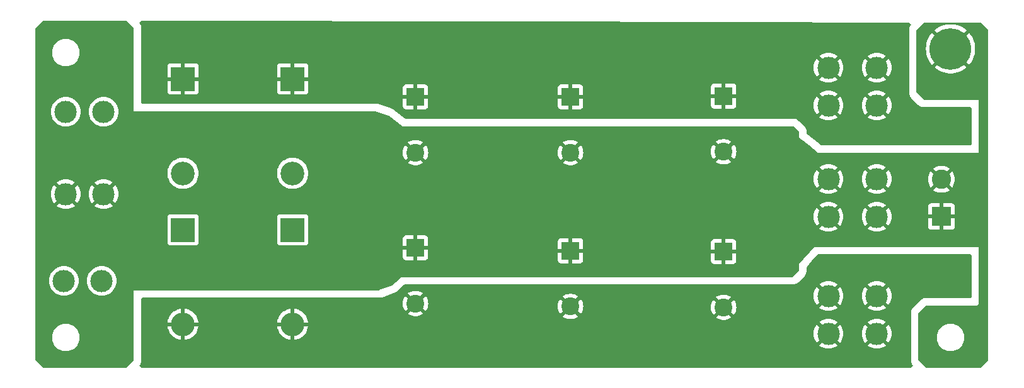
<source format=gbr>
%TF.GenerationSoftware,KiCad,Pcbnew,8.0.7*%
%TF.CreationDate,2025-02-07T19:10:24-05:00*%
%TF.ProjectId,power_supply,706f7765-725f-4737-9570-706c792e6b69,rev?*%
%TF.SameCoordinates,Original*%
%TF.FileFunction,Copper,L2,Bot*%
%TF.FilePolarity,Positive*%
%FSLAX46Y46*%
G04 Gerber Fmt 4.6, Leading zero omitted, Abs format (unit mm)*
G04 Created by KiCad (PCBNEW 8.0.7) date 2025-02-07 19:10:24*
%MOMM*%
%LPD*%
G01*
G04 APERTURE LIST*
%TA.AperFunction,ComponentPad*%
%ADD10C,3.000000*%
%TD*%
%TA.AperFunction,ComponentPad*%
%ADD11R,2.400000X2.400000*%
%TD*%
%TA.AperFunction,ComponentPad*%
%ADD12C,2.400000*%
%TD*%
%TA.AperFunction,ComponentPad*%
%ADD13R,3.200000X3.200000*%
%TD*%
%TA.AperFunction,ComponentPad*%
%ADD14O,3.200000X3.200000*%
%TD*%
%TA.AperFunction,ComponentPad*%
%ADD15R,2.600000X2.600000*%
%TD*%
%TA.AperFunction,ComponentPad*%
%ADD16C,2.600000*%
%TD*%
%TA.AperFunction,ComponentPad*%
%ADD17C,5.600000*%
%TD*%
G04 APERTURE END LIST*
D10*
%TO.P,J5,1,1*%
%TO.N,/V-*%
X169772000Y-104140000D03*
%TO.P,J5,2,2*%
X169772000Y-99060000D03*
%TD*%
D11*
%TO.P,C2,1*%
%TO.N,GND*%
X114300000Y-92576000D03*
D12*
%TO.P,C2,2*%
%TO.N,/V-*%
X114300000Y-100076000D03*
%TD*%
D13*
%TO.P,D4,1,K*%
%TO.N,/AC1*%
X97790000Y-90170000D03*
D14*
%TO.P,D4,2,A*%
%TO.N,/V-*%
X97790000Y-102870000D03*
%TD*%
D11*
%TO.P,C5,1*%
%TO.N,/V+*%
X135128000Y-72256000D03*
D12*
%TO.P,C5,2*%
%TO.N,GND*%
X135128000Y-79756000D03*
%TD*%
D10*
%TO.P,J3,1,1*%
%TO.N,GND*%
X176276000Y-88392000D03*
%TO.P,J3,2,2*%
X176276000Y-83312000D03*
%TD*%
D13*
%TO.P,D3,1,K*%
%TO.N,/V+*%
X83058000Y-69850000D03*
D14*
%TO.P,D3,2,A*%
%TO.N,/AC2*%
X83058000Y-82550000D03*
%TD*%
D10*
%TO.P,J1,1,1*%
%TO.N,/AC1*%
X67056000Y-97028000D03*
%TO.P,J1,2,2*%
X72136000Y-97028000D03*
%TD*%
D11*
%TO.P,C8,1*%
%TO.N,GND*%
X155702000Y-93084000D03*
D12*
%TO.P,C8,2*%
%TO.N,/V-*%
X155702000Y-100584000D03*
%TD*%
D11*
%TO.P,C7,1*%
%TO.N,/V+*%
X155702000Y-72136000D03*
D12*
%TO.P,C7,2*%
%TO.N,GND*%
X155702000Y-79636000D03*
%TD*%
D11*
%TO.P,C1,1*%
%TO.N,/V+*%
X114300000Y-72256000D03*
D12*
%TO.P,C1,2*%
%TO.N,GND*%
X114300000Y-79756000D03*
%TD*%
D15*
%TO.P,J7,1,Pin_1*%
%TO.N,GND*%
X184963000Y-88352000D03*
D16*
%TO.P,J7,2,Pin_2*%
X184963000Y-83352000D03*
%TD*%
D17*
%TO.P,REF\u002A\u002A,1*%
%TO.N,GND*%
X186182000Y-65786000D03*
%TD*%
D10*
%TO.P,J6,1,1*%
%TO.N,/V+*%
X169772000Y-73406000D03*
%TO.P,J6,2,2*%
X169772000Y-68326000D03*
%TD*%
%TO.P,J4,1,1*%
%TO.N,/AC2*%
X67310000Y-74268000D03*
%TO.P,J4,2,2*%
X72390000Y-74268000D03*
%TD*%
D11*
%TO.P,C6,1*%
%TO.N,GND*%
X135128000Y-92964000D03*
D12*
%TO.P,C6,2*%
%TO.N,/V-*%
X135128000Y-100464000D03*
%TD*%
D10*
%TO.P,J6,1,1*%
%TO.N,/V+*%
X176276000Y-73406000D03*
%TO.P,J6,2,2*%
X176276000Y-68326000D03*
%TD*%
D13*
%TO.P,D1,1,K*%
%TO.N,/V+*%
X97790000Y-69850000D03*
D14*
%TO.P,D1,2,A*%
%TO.N,/AC1*%
X97790000Y-82550000D03*
%TD*%
D10*
%TO.P,J5,1,1*%
%TO.N,/V-*%
X176276000Y-104140000D03*
%TO.P,J5,2,2*%
X176276000Y-99060000D03*
%TD*%
%TO.P,J2,1,1*%
%TO.N,GND*%
X67310000Y-85344000D03*
%TO.P,J2,2,2*%
X72390000Y-85344000D03*
%TD*%
D13*
%TO.P,D2,1,K*%
%TO.N,/AC2*%
X83058000Y-90170000D03*
D14*
%TO.P,D2,2,A*%
%TO.N,/V-*%
X83058000Y-102870000D03*
%TD*%
D10*
%TO.P,J3,1,1*%
%TO.N,GND*%
X169772000Y-88392000D03*
%TO.P,J3,2,2*%
X169772000Y-83312000D03*
%TD*%
%TA.AperFunction,Conductor*%
%TO.N,/V+*%
G36*
X129032000Y-62103000D02*
G01*
X180558729Y-62227461D01*
X180625720Y-62247308D01*
X180646216Y-62263886D01*
X180822457Y-62440553D01*
X180855868Y-62501916D01*
X180850799Y-62571602D01*
X180838167Y-62596423D01*
X180741697Y-62742616D01*
X180741693Y-62742623D01*
X180664914Y-62931040D01*
X180645233Y-62998068D01*
X180625082Y-63078959D01*
X180604500Y-63281360D01*
X180604500Y-71592640D01*
X180610261Y-71700111D01*
X180610263Y-71700142D01*
X180613095Y-71726484D01*
X180651389Y-71913369D01*
X180730325Y-72100877D01*
X180763815Y-72162209D01*
X180806749Y-72233630D01*
X180806755Y-72233638D01*
X180935323Y-72391315D01*
X181862685Y-73318677D01*
X181862703Y-73318693D01*
X181942774Y-73390616D01*
X181963403Y-73407239D01*
X181963415Y-73407248D01*
X182109773Y-73503827D01*
X182122626Y-73512308D01*
X182311033Y-73589083D01*
X182311040Y-73589085D01*
X182311039Y-73589085D01*
X182326049Y-73593492D01*
X182378072Y-73608768D01*
X182458956Y-73628917D01*
X182593893Y-73642639D01*
X182661361Y-73649500D01*
X182661362Y-73649500D01*
X188862500Y-73649500D01*
X188929539Y-73669185D01*
X188975294Y-73721989D01*
X188986500Y-73773500D01*
X188986500Y-78626500D01*
X188966815Y-78693539D01*
X188914011Y-78739294D01*
X188862500Y-78750500D01*
X168798208Y-78750500D01*
X168731169Y-78730815D01*
X168720746Y-78723328D01*
X167829720Y-78010507D01*
X167085152Y-77414853D01*
X166914038Y-77277961D01*
X166873986Y-77220710D01*
X166867500Y-77181133D01*
X166867500Y-76968164D01*
X166867462Y-76959407D01*
X166867461Y-76959399D01*
X166845124Y-76757184D01*
X166782536Y-76563601D01*
X166682262Y-76386579D01*
X166667328Y-76365515D01*
X166558062Y-76236070D01*
X165847315Y-75525323D01*
X165838049Y-75517000D01*
X165767225Y-75453383D01*
X165746596Y-75436760D01*
X165746584Y-75436751D01*
X165587378Y-75331694D01*
X165587376Y-75331693D01*
X165587374Y-75331692D01*
X165398967Y-75254917D01*
X165398964Y-75254916D01*
X165398959Y-75254914D01*
X165398960Y-75254914D01*
X165331931Y-75235233D01*
X165331933Y-75235233D01*
X165331928Y-75235232D01*
X165251044Y-75215083D01*
X165251040Y-75215082D01*
X165251041Y-75215082D01*
X165048639Y-75194500D01*
X165048638Y-75194500D01*
X112983161Y-75194500D01*
X112916122Y-75174815D01*
X112908761Y-75169700D01*
X112825408Y-75107185D01*
X111316724Y-73975672D01*
X111316719Y-73975669D01*
X111316714Y-73975665D01*
X111180086Y-73889422D01*
X111144908Y-73870990D01*
X111144899Y-73870986D01*
X110996216Y-73807739D01*
X110996208Y-73807736D01*
X110996205Y-73807735D01*
X109234384Y-73220462D01*
X109234377Y-73220460D01*
X109234371Y-73220458D01*
X109077480Y-73181847D01*
X109077477Y-73181846D01*
X109077475Y-73181846D01*
X109038263Y-73175483D01*
X109038251Y-73175481D01*
X108915522Y-73165588D01*
X108877205Y-73162500D01*
X108877201Y-73162500D01*
X77583500Y-73162500D01*
X77516461Y-73142815D01*
X77470706Y-73090011D01*
X77459500Y-73038500D01*
X77459500Y-68202155D01*
X80958000Y-68202155D01*
X80958000Y-69600000D01*
X82295639Y-69600000D01*
X82288743Y-69616649D01*
X82258000Y-69771207D01*
X82258000Y-69928793D01*
X82288743Y-70083351D01*
X82295639Y-70100000D01*
X80958000Y-70100000D01*
X80958000Y-71497844D01*
X80964401Y-71557372D01*
X80964403Y-71557379D01*
X81014645Y-71692086D01*
X81014649Y-71692093D01*
X81100809Y-71807187D01*
X81100812Y-71807190D01*
X81215906Y-71893350D01*
X81215913Y-71893354D01*
X81350620Y-71943596D01*
X81350627Y-71943598D01*
X81410155Y-71949999D01*
X81410172Y-71950000D01*
X82808000Y-71950000D01*
X82808000Y-70612360D01*
X82824649Y-70619257D01*
X82979207Y-70650000D01*
X83136793Y-70650000D01*
X83291351Y-70619257D01*
X83308000Y-70612360D01*
X83308000Y-71950000D01*
X84705828Y-71950000D01*
X84705844Y-71949999D01*
X84765372Y-71943598D01*
X84765379Y-71943596D01*
X84900086Y-71893354D01*
X84900093Y-71893350D01*
X85015187Y-71807190D01*
X85015190Y-71807187D01*
X85101350Y-71692093D01*
X85101354Y-71692086D01*
X85151596Y-71557379D01*
X85151598Y-71557372D01*
X85157999Y-71497844D01*
X85158000Y-71497827D01*
X85158000Y-70100000D01*
X83820361Y-70100000D01*
X83827257Y-70083351D01*
X83858000Y-69928793D01*
X83858000Y-69771207D01*
X83827257Y-69616649D01*
X83820361Y-69600000D01*
X85158000Y-69600000D01*
X85158000Y-68202172D01*
X85157999Y-68202155D01*
X95690000Y-68202155D01*
X95690000Y-69600000D01*
X97027639Y-69600000D01*
X97020743Y-69616649D01*
X96990000Y-69771207D01*
X96990000Y-69928793D01*
X97020743Y-70083351D01*
X97027639Y-70100000D01*
X95690000Y-70100000D01*
X95690000Y-71497844D01*
X95696401Y-71557372D01*
X95696403Y-71557379D01*
X95746645Y-71692086D01*
X95746649Y-71692093D01*
X95832809Y-71807187D01*
X95832812Y-71807190D01*
X95947906Y-71893350D01*
X95947913Y-71893354D01*
X96082620Y-71943596D01*
X96082627Y-71943598D01*
X96142155Y-71949999D01*
X96142172Y-71950000D01*
X97540000Y-71950000D01*
X97540000Y-70612360D01*
X97556649Y-70619257D01*
X97711207Y-70650000D01*
X97868793Y-70650000D01*
X98023351Y-70619257D01*
X98040000Y-70612360D01*
X98040000Y-71950000D01*
X99437828Y-71950000D01*
X99437844Y-71949999D01*
X99497372Y-71943598D01*
X99497379Y-71943596D01*
X99632086Y-71893354D01*
X99632093Y-71893350D01*
X99747187Y-71807190D01*
X99747190Y-71807187D01*
X99833350Y-71692093D01*
X99833354Y-71692086D01*
X99883596Y-71557379D01*
X99883598Y-71557372D01*
X99889999Y-71497844D01*
X99890000Y-71497827D01*
X99890000Y-71008155D01*
X112600000Y-71008155D01*
X112600000Y-72006000D01*
X113751518Y-72006000D01*
X113740889Y-72024409D01*
X113700000Y-72177009D01*
X113700000Y-72334991D01*
X113740889Y-72487591D01*
X113751518Y-72506000D01*
X112600000Y-72506000D01*
X112600000Y-73503844D01*
X112606401Y-73563372D01*
X112606403Y-73563379D01*
X112656645Y-73698086D01*
X112656649Y-73698093D01*
X112742809Y-73813187D01*
X112742812Y-73813190D01*
X112857906Y-73899350D01*
X112857913Y-73899354D01*
X112992620Y-73949596D01*
X112992627Y-73949598D01*
X113052155Y-73955999D01*
X113052172Y-73956000D01*
X114050000Y-73956000D01*
X114050000Y-72804482D01*
X114068409Y-72815111D01*
X114221009Y-72856000D01*
X114378991Y-72856000D01*
X114531591Y-72815111D01*
X114550000Y-72804482D01*
X114550000Y-73956000D01*
X115547828Y-73956000D01*
X115547844Y-73955999D01*
X115607372Y-73949598D01*
X115607379Y-73949596D01*
X115742086Y-73899354D01*
X115742093Y-73899350D01*
X115857187Y-73813190D01*
X115857190Y-73813187D01*
X115943350Y-73698093D01*
X115943354Y-73698086D01*
X115993596Y-73563379D01*
X115993598Y-73563372D01*
X115999999Y-73503844D01*
X116000000Y-73503827D01*
X116000000Y-72506000D01*
X114848482Y-72506000D01*
X114859111Y-72487591D01*
X114900000Y-72334991D01*
X114900000Y-72177009D01*
X114859111Y-72024409D01*
X114848482Y-72006000D01*
X116000000Y-72006000D01*
X116000000Y-71008172D01*
X115999999Y-71008155D01*
X133428000Y-71008155D01*
X133428000Y-72006000D01*
X134579518Y-72006000D01*
X134568889Y-72024409D01*
X134528000Y-72177009D01*
X134528000Y-72334991D01*
X134568889Y-72487591D01*
X134579518Y-72506000D01*
X133428000Y-72506000D01*
X133428000Y-73503844D01*
X133434401Y-73563372D01*
X133434403Y-73563379D01*
X133484645Y-73698086D01*
X133484649Y-73698093D01*
X133570809Y-73813187D01*
X133570812Y-73813190D01*
X133685906Y-73899350D01*
X133685913Y-73899354D01*
X133820620Y-73949596D01*
X133820627Y-73949598D01*
X133880155Y-73955999D01*
X133880172Y-73956000D01*
X134878000Y-73956000D01*
X134878000Y-72804482D01*
X134896409Y-72815111D01*
X135049009Y-72856000D01*
X135206991Y-72856000D01*
X135359591Y-72815111D01*
X135378000Y-72804482D01*
X135378000Y-73956000D01*
X136375828Y-73956000D01*
X136375844Y-73955999D01*
X136435372Y-73949598D01*
X136435379Y-73949596D01*
X136570086Y-73899354D01*
X136570093Y-73899350D01*
X136685187Y-73813190D01*
X136685190Y-73813187D01*
X136771350Y-73698093D01*
X136771354Y-73698086D01*
X136821596Y-73563379D01*
X136821598Y-73563372D01*
X136827999Y-73503844D01*
X136828000Y-73503827D01*
X136828000Y-72506000D01*
X135676482Y-72506000D01*
X135687111Y-72487591D01*
X135728000Y-72334991D01*
X135728000Y-72177009D01*
X135687111Y-72024409D01*
X135676482Y-72006000D01*
X136828000Y-72006000D01*
X136828000Y-71008172D01*
X136827999Y-71008155D01*
X136821598Y-70948627D01*
X136821596Y-70948620D01*
X136799044Y-70888155D01*
X154002000Y-70888155D01*
X154002000Y-71886000D01*
X155153518Y-71886000D01*
X155142889Y-71904409D01*
X155102000Y-72057009D01*
X155102000Y-72214991D01*
X155142889Y-72367591D01*
X155153518Y-72386000D01*
X154002000Y-72386000D01*
X154002000Y-73383844D01*
X154008401Y-73443372D01*
X154008403Y-73443379D01*
X154058645Y-73578086D01*
X154058649Y-73578093D01*
X154144809Y-73693187D01*
X154144812Y-73693190D01*
X154259906Y-73779350D01*
X154259913Y-73779354D01*
X154394620Y-73829596D01*
X154394627Y-73829598D01*
X154454155Y-73835999D01*
X154454172Y-73836000D01*
X155452000Y-73836000D01*
X155452000Y-72684482D01*
X155470409Y-72695111D01*
X155623009Y-72736000D01*
X155780991Y-72736000D01*
X155933591Y-72695111D01*
X155952000Y-72684482D01*
X155952000Y-73836000D01*
X156949828Y-73836000D01*
X156949844Y-73835999D01*
X157009372Y-73829598D01*
X157009379Y-73829596D01*
X157144086Y-73779354D01*
X157144093Y-73779350D01*
X157259187Y-73693190D01*
X157259190Y-73693187D01*
X157345350Y-73578093D01*
X157345354Y-73578086D01*
X157395596Y-73443379D01*
X157395598Y-73443372D01*
X157399617Y-73405998D01*
X167766891Y-73405998D01*
X167766891Y-73406001D01*
X167787300Y-73691362D01*
X167848109Y-73970895D01*
X167948091Y-74238958D01*
X168085191Y-74490038D01*
X168085196Y-74490046D01*
X168191882Y-74632562D01*
X168191883Y-74632563D01*
X169170958Y-73653488D01*
X169195978Y-73713890D01*
X169267112Y-73820351D01*
X169357649Y-73910888D01*
X169464110Y-73982022D01*
X169524511Y-74007041D01*
X168545435Y-74986115D01*
X168545436Y-74986116D01*
X168687953Y-75092803D01*
X168687961Y-75092808D01*
X168939042Y-75229908D01*
X168939041Y-75229908D01*
X169207104Y-75329890D01*
X169486637Y-75390699D01*
X169771999Y-75411109D01*
X169772001Y-75411109D01*
X170057362Y-75390699D01*
X170336895Y-75329890D01*
X170604958Y-75229908D01*
X170856038Y-75092808D01*
X170856039Y-75092807D01*
X170998563Y-74986115D01*
X170019488Y-74007041D01*
X170079890Y-73982022D01*
X170186351Y-73910888D01*
X170276888Y-73820351D01*
X170348022Y-73713890D01*
X170373041Y-73653488D01*
X171352115Y-74632563D01*
X171458807Y-74490039D01*
X171458808Y-74490038D01*
X171595908Y-74238958D01*
X171695890Y-73970895D01*
X171756699Y-73691362D01*
X171777109Y-73406001D01*
X171777109Y-73405998D01*
X174270891Y-73405998D01*
X174270891Y-73406001D01*
X174291300Y-73691362D01*
X174352109Y-73970895D01*
X174452091Y-74238958D01*
X174589191Y-74490038D01*
X174589196Y-74490046D01*
X174695882Y-74632562D01*
X174695883Y-74632563D01*
X175674958Y-73653488D01*
X175699978Y-73713890D01*
X175771112Y-73820351D01*
X175861649Y-73910888D01*
X175968110Y-73982022D01*
X176028511Y-74007041D01*
X175049435Y-74986115D01*
X175049436Y-74986116D01*
X175191953Y-75092803D01*
X175191961Y-75092808D01*
X175443042Y-75229908D01*
X175443041Y-75229908D01*
X175711104Y-75329890D01*
X175990637Y-75390699D01*
X176275999Y-75411109D01*
X176276001Y-75411109D01*
X176561362Y-75390699D01*
X176840895Y-75329890D01*
X177108958Y-75229908D01*
X177360038Y-75092808D01*
X177360039Y-75092807D01*
X177502563Y-74986115D01*
X176523488Y-74007041D01*
X176583890Y-73982022D01*
X176690351Y-73910888D01*
X176780888Y-73820351D01*
X176852022Y-73713890D01*
X176877041Y-73653488D01*
X177856115Y-74632563D01*
X177962807Y-74490039D01*
X177962808Y-74490038D01*
X178099908Y-74238958D01*
X178199890Y-73970895D01*
X178260699Y-73691362D01*
X178281109Y-73406001D01*
X178281109Y-73405998D01*
X178260699Y-73120637D01*
X178199890Y-72841104D01*
X178099908Y-72573041D01*
X177962808Y-72321961D01*
X177962803Y-72321953D01*
X177856116Y-72179436D01*
X177856115Y-72179435D01*
X176877041Y-73158510D01*
X176852022Y-73098110D01*
X176780888Y-72991649D01*
X176690351Y-72901112D01*
X176583890Y-72829978D01*
X176523487Y-72804958D01*
X177502563Y-71825883D01*
X177502562Y-71825882D01*
X177360046Y-71719196D01*
X177360038Y-71719191D01*
X177108957Y-71582091D01*
X177108958Y-71582091D01*
X176840895Y-71482109D01*
X176561362Y-71421300D01*
X176276001Y-71400891D01*
X176275999Y-71400891D01*
X175990637Y-71421300D01*
X175711104Y-71482109D01*
X175443041Y-71582091D01*
X175191961Y-71719191D01*
X175191953Y-71719196D01*
X175049435Y-71825882D01*
X176028512Y-72804958D01*
X175968110Y-72829978D01*
X175861649Y-72901112D01*
X175771112Y-72991649D01*
X175699978Y-73098110D01*
X175674958Y-73158511D01*
X174695882Y-72179435D01*
X174589196Y-72321953D01*
X174589191Y-72321961D01*
X174452091Y-72573041D01*
X174352109Y-72841104D01*
X174291300Y-73120637D01*
X174270891Y-73405998D01*
X171777109Y-73405998D01*
X171756699Y-73120637D01*
X171695890Y-72841104D01*
X171595908Y-72573041D01*
X171458808Y-72321961D01*
X171458803Y-72321953D01*
X171352116Y-72179436D01*
X171352115Y-72179435D01*
X170373041Y-73158510D01*
X170348022Y-73098110D01*
X170276888Y-72991649D01*
X170186351Y-72901112D01*
X170079890Y-72829978D01*
X170019487Y-72804958D01*
X170998563Y-71825883D01*
X170998562Y-71825882D01*
X170856046Y-71719196D01*
X170856038Y-71719191D01*
X170604957Y-71582091D01*
X170604958Y-71582091D01*
X170336895Y-71482109D01*
X170057362Y-71421300D01*
X169772001Y-71400891D01*
X169771999Y-71400891D01*
X169486637Y-71421300D01*
X169207104Y-71482109D01*
X168939041Y-71582091D01*
X168687961Y-71719191D01*
X168687953Y-71719196D01*
X168545435Y-71825882D01*
X169524512Y-72804958D01*
X169464110Y-72829978D01*
X169357649Y-72901112D01*
X169267112Y-72991649D01*
X169195978Y-73098110D01*
X169170958Y-73158511D01*
X168191882Y-72179435D01*
X168085196Y-72321953D01*
X168085191Y-72321961D01*
X167948091Y-72573041D01*
X167848109Y-72841104D01*
X167787300Y-73120637D01*
X167766891Y-73405998D01*
X157399617Y-73405998D01*
X157401999Y-73383844D01*
X157402000Y-73383827D01*
X157402000Y-72386000D01*
X156250482Y-72386000D01*
X156261111Y-72367591D01*
X156302000Y-72214991D01*
X156302000Y-72057009D01*
X156261111Y-71904409D01*
X156250482Y-71886000D01*
X157402000Y-71886000D01*
X157402000Y-70888172D01*
X157401999Y-70888155D01*
X157395598Y-70828627D01*
X157395596Y-70828620D01*
X157345354Y-70693913D01*
X157345350Y-70693906D01*
X157259190Y-70578812D01*
X157259187Y-70578809D01*
X157144093Y-70492649D01*
X157144086Y-70492645D01*
X157009379Y-70442403D01*
X157009372Y-70442401D01*
X156949844Y-70436000D01*
X155952000Y-70436000D01*
X155952000Y-71587517D01*
X155933591Y-71576889D01*
X155780991Y-71536000D01*
X155623009Y-71536000D01*
X155470409Y-71576889D01*
X155452000Y-71587517D01*
X155452000Y-70436000D01*
X154454155Y-70436000D01*
X154394627Y-70442401D01*
X154394620Y-70442403D01*
X154259913Y-70492645D01*
X154259906Y-70492649D01*
X154144812Y-70578809D01*
X154144809Y-70578812D01*
X154058649Y-70693906D01*
X154058645Y-70693913D01*
X154008403Y-70828620D01*
X154008401Y-70828627D01*
X154002000Y-70888155D01*
X136799044Y-70888155D01*
X136771354Y-70813913D01*
X136771350Y-70813906D01*
X136685190Y-70698812D01*
X136685187Y-70698809D01*
X136570093Y-70612649D01*
X136570086Y-70612645D01*
X136435379Y-70562403D01*
X136435372Y-70562401D01*
X136375844Y-70556000D01*
X135378000Y-70556000D01*
X135378000Y-71707517D01*
X135359591Y-71696889D01*
X135206991Y-71656000D01*
X135049009Y-71656000D01*
X134896409Y-71696889D01*
X134878000Y-71707517D01*
X134878000Y-70556000D01*
X133880155Y-70556000D01*
X133820627Y-70562401D01*
X133820620Y-70562403D01*
X133685913Y-70612645D01*
X133685906Y-70612649D01*
X133570812Y-70698809D01*
X133570809Y-70698812D01*
X133484649Y-70813906D01*
X133484645Y-70813913D01*
X133434403Y-70948620D01*
X133434401Y-70948627D01*
X133428000Y-71008155D01*
X115999999Y-71008155D01*
X115993598Y-70948627D01*
X115993596Y-70948620D01*
X115943354Y-70813913D01*
X115943350Y-70813906D01*
X115857190Y-70698812D01*
X115857187Y-70698809D01*
X115742093Y-70612649D01*
X115742086Y-70612645D01*
X115607379Y-70562403D01*
X115607372Y-70562401D01*
X115547844Y-70556000D01*
X114550000Y-70556000D01*
X114550000Y-71707517D01*
X114531591Y-71696889D01*
X114378991Y-71656000D01*
X114221009Y-71656000D01*
X114068409Y-71696889D01*
X114050000Y-71707517D01*
X114050000Y-70556000D01*
X113052155Y-70556000D01*
X112992627Y-70562401D01*
X112992620Y-70562403D01*
X112857913Y-70612645D01*
X112857906Y-70612649D01*
X112742812Y-70698809D01*
X112742809Y-70698812D01*
X112656649Y-70813906D01*
X112656645Y-70813913D01*
X112606403Y-70948620D01*
X112606401Y-70948627D01*
X112600000Y-71008155D01*
X99890000Y-71008155D01*
X99890000Y-70100000D01*
X98552361Y-70100000D01*
X98559257Y-70083351D01*
X98590000Y-69928793D01*
X98590000Y-69771207D01*
X98559257Y-69616649D01*
X98552361Y-69600000D01*
X99890000Y-69600000D01*
X99890000Y-68325998D01*
X167766891Y-68325998D01*
X167766891Y-68326001D01*
X167787300Y-68611362D01*
X167848109Y-68890895D01*
X167948091Y-69158958D01*
X168085191Y-69410038D01*
X168085196Y-69410046D01*
X168191882Y-69552562D01*
X168191883Y-69552563D01*
X169170958Y-68573488D01*
X169195978Y-68633890D01*
X169267112Y-68740351D01*
X169357649Y-68830888D01*
X169464110Y-68902022D01*
X169524511Y-68927041D01*
X168545435Y-69906115D01*
X168545436Y-69906116D01*
X168687953Y-70012803D01*
X168687961Y-70012808D01*
X168939042Y-70149908D01*
X168939041Y-70149908D01*
X169207104Y-70249890D01*
X169486637Y-70310699D01*
X169771999Y-70331109D01*
X169772001Y-70331109D01*
X170057362Y-70310699D01*
X170336895Y-70249890D01*
X170604958Y-70149908D01*
X170856038Y-70012808D01*
X170856039Y-70012807D01*
X170998563Y-69906115D01*
X170019488Y-68927041D01*
X170079890Y-68902022D01*
X170186351Y-68830888D01*
X170276888Y-68740351D01*
X170348022Y-68633890D01*
X170373041Y-68573488D01*
X171352115Y-69552563D01*
X171458807Y-69410039D01*
X171458808Y-69410038D01*
X171595908Y-69158958D01*
X171695890Y-68890895D01*
X171756699Y-68611362D01*
X171777109Y-68326001D01*
X171777109Y-68325998D01*
X174270891Y-68325998D01*
X174270891Y-68326001D01*
X174291300Y-68611362D01*
X174352109Y-68890895D01*
X174452091Y-69158958D01*
X174589191Y-69410038D01*
X174589196Y-69410046D01*
X174695882Y-69552562D01*
X174695883Y-69552563D01*
X175674958Y-68573488D01*
X175699978Y-68633890D01*
X175771112Y-68740351D01*
X175861649Y-68830888D01*
X175968110Y-68902022D01*
X176028511Y-68927041D01*
X175049435Y-69906115D01*
X175049436Y-69906116D01*
X175191953Y-70012803D01*
X175191961Y-70012808D01*
X175443042Y-70149908D01*
X175443041Y-70149908D01*
X175711104Y-70249890D01*
X175990637Y-70310699D01*
X176275999Y-70331109D01*
X176276001Y-70331109D01*
X176561362Y-70310699D01*
X176840895Y-70249890D01*
X177108958Y-70149908D01*
X177360038Y-70012808D01*
X177360039Y-70012807D01*
X177502563Y-69906115D01*
X176523488Y-68927041D01*
X176583890Y-68902022D01*
X176690351Y-68830888D01*
X176780888Y-68740351D01*
X176852022Y-68633890D01*
X176877041Y-68573488D01*
X177856115Y-69552563D01*
X177962807Y-69410039D01*
X177962808Y-69410038D01*
X178099908Y-69158958D01*
X178199890Y-68890895D01*
X178260699Y-68611362D01*
X178281109Y-68326001D01*
X178281109Y-68325998D01*
X178260699Y-68040637D01*
X178199890Y-67761104D01*
X178099908Y-67493041D01*
X177962808Y-67241961D01*
X177962803Y-67241953D01*
X177856116Y-67099436D01*
X177856115Y-67099435D01*
X176877041Y-68078510D01*
X176852022Y-68018110D01*
X176780888Y-67911649D01*
X176690351Y-67821112D01*
X176583890Y-67749978D01*
X176523487Y-67724958D01*
X177502563Y-66745883D01*
X177502562Y-66745882D01*
X177360046Y-66639196D01*
X177360038Y-66639191D01*
X177108957Y-66502091D01*
X177108958Y-66502091D01*
X176840895Y-66402109D01*
X176561362Y-66341300D01*
X176276001Y-66320891D01*
X176275999Y-66320891D01*
X175990637Y-66341300D01*
X175711104Y-66402109D01*
X175443041Y-66502091D01*
X175191961Y-66639191D01*
X175191953Y-66639196D01*
X175049435Y-66745882D01*
X176028512Y-67724958D01*
X175968110Y-67749978D01*
X175861649Y-67821112D01*
X175771112Y-67911649D01*
X175699978Y-68018110D01*
X175674958Y-68078511D01*
X174695882Y-67099435D01*
X174589196Y-67241953D01*
X174589191Y-67241961D01*
X174452091Y-67493041D01*
X174352109Y-67761104D01*
X174291300Y-68040637D01*
X174270891Y-68325998D01*
X171777109Y-68325998D01*
X171756699Y-68040637D01*
X171695890Y-67761104D01*
X171595908Y-67493041D01*
X171458808Y-67241961D01*
X171458803Y-67241953D01*
X171352116Y-67099436D01*
X171352115Y-67099435D01*
X170373041Y-68078510D01*
X170348022Y-68018110D01*
X170276888Y-67911649D01*
X170186351Y-67821112D01*
X170079890Y-67749978D01*
X170019487Y-67724958D01*
X170998563Y-66745883D01*
X170998562Y-66745882D01*
X170856046Y-66639196D01*
X170856038Y-66639191D01*
X170604957Y-66502091D01*
X170604958Y-66502091D01*
X170336895Y-66402109D01*
X170057362Y-66341300D01*
X169772001Y-66320891D01*
X169771999Y-66320891D01*
X169486637Y-66341300D01*
X169207104Y-66402109D01*
X168939041Y-66502091D01*
X168687961Y-66639191D01*
X168687953Y-66639196D01*
X168545435Y-66745882D01*
X169524512Y-67724958D01*
X169464110Y-67749978D01*
X169357649Y-67821112D01*
X169267112Y-67911649D01*
X169195978Y-68018110D01*
X169170958Y-68078511D01*
X168191882Y-67099435D01*
X168085196Y-67241953D01*
X168085191Y-67241961D01*
X167948091Y-67493041D01*
X167848109Y-67761104D01*
X167787300Y-68040637D01*
X167766891Y-68325998D01*
X99890000Y-68325998D01*
X99890000Y-68202172D01*
X99889999Y-68202155D01*
X99883598Y-68142627D01*
X99883596Y-68142620D01*
X99833354Y-68007913D01*
X99833350Y-68007906D01*
X99747190Y-67892812D01*
X99747187Y-67892809D01*
X99632093Y-67806649D01*
X99632086Y-67806645D01*
X99497379Y-67756403D01*
X99497372Y-67756401D01*
X99437844Y-67750000D01*
X98040000Y-67750000D01*
X98040000Y-69087639D01*
X98023351Y-69080743D01*
X97868793Y-69050000D01*
X97711207Y-69050000D01*
X97556649Y-69080743D01*
X97540000Y-69087639D01*
X97540000Y-67750000D01*
X96142155Y-67750000D01*
X96082627Y-67756401D01*
X96082620Y-67756403D01*
X95947913Y-67806645D01*
X95947906Y-67806649D01*
X95832812Y-67892809D01*
X95832809Y-67892812D01*
X95746649Y-68007906D01*
X95746645Y-68007913D01*
X95696403Y-68142620D01*
X95696401Y-68142627D01*
X95690000Y-68202155D01*
X85157999Y-68202155D01*
X85151598Y-68142627D01*
X85151596Y-68142620D01*
X85101354Y-68007913D01*
X85101350Y-68007906D01*
X85015190Y-67892812D01*
X85015187Y-67892809D01*
X84900093Y-67806649D01*
X84900086Y-67806645D01*
X84765379Y-67756403D01*
X84765372Y-67756401D01*
X84705844Y-67750000D01*
X83308000Y-67750000D01*
X83308000Y-69087639D01*
X83291351Y-69080743D01*
X83136793Y-69050000D01*
X82979207Y-69050000D01*
X82824649Y-69080743D01*
X82808000Y-69087639D01*
X82808000Y-67750000D01*
X81410155Y-67750000D01*
X81350627Y-67756401D01*
X81350620Y-67756403D01*
X81215913Y-67806645D01*
X81215906Y-67806649D01*
X81100812Y-67892809D01*
X81100809Y-67892812D01*
X81014649Y-68007906D01*
X81014645Y-68007913D01*
X80964403Y-68142620D01*
X80964401Y-68142627D01*
X80958000Y-68202155D01*
X77459500Y-68202155D01*
X77459500Y-63027359D01*
X77457930Y-62998068D01*
X77453738Y-62919871D01*
X77450904Y-62893513D01*
X77412610Y-62706629D01*
X77333672Y-62519118D01*
X77300187Y-62457795D01*
X77289822Y-62440553D01*
X77257249Y-62386367D01*
X77257245Y-62386361D01*
X77232951Y-62356567D01*
X77205842Y-62292171D01*
X77217852Y-62223341D01*
X77241476Y-62190422D01*
X77417571Y-62014751D01*
X77478934Y-61981341D01*
X77505443Y-61978539D01*
X129032000Y-62103000D01*
G37*
%TD.AperFunction*%
%TD*%
%TA.AperFunction,Conductor*%
%TO.N,/V-*%
G36*
X188929539Y-93481185D02*
G01*
X188975294Y-93533989D01*
X188986500Y-93585500D01*
X188986500Y-99200500D01*
X188966815Y-99267539D01*
X188914011Y-99313294D01*
X188862500Y-99324500D01*
X182915360Y-99324500D01*
X182807888Y-99330261D01*
X182807879Y-99330261D01*
X182807871Y-99330262D01*
X182807868Y-99330262D01*
X182807857Y-99330263D01*
X182781515Y-99333095D01*
X182594630Y-99371389D01*
X182407122Y-99450325D01*
X182345790Y-99483815D01*
X182274369Y-99526749D01*
X182274358Y-99526757D01*
X182116682Y-99655325D01*
X181189336Y-100582671D01*
X181189306Y-100582703D01*
X181117383Y-100662774D01*
X181100760Y-100683403D01*
X181100751Y-100683415D01*
X180995694Y-100842621D01*
X180995693Y-100842623D01*
X180918914Y-101031040D01*
X180899233Y-101098068D01*
X180879082Y-101178959D01*
X180858500Y-101381360D01*
X180858500Y-107660640D01*
X180864261Y-107768111D01*
X180864263Y-107768142D01*
X180867095Y-107794484D01*
X180905389Y-107981369D01*
X180984325Y-108168877D01*
X181017815Y-108230209D01*
X181060749Y-108301630D01*
X181060762Y-108301648D01*
X181085900Y-108332478D01*
X181113009Y-108396874D01*
X181100999Y-108465704D01*
X181077480Y-108498519D01*
X180988900Y-108587100D01*
X180900317Y-108675682D01*
X180838997Y-108709166D01*
X180812638Y-108712000D01*
X77505362Y-108712000D01*
X77438323Y-108692315D01*
X77417681Y-108675681D01*
X77242405Y-108500405D01*
X77208920Y-108439082D01*
X77213904Y-108369390D01*
X77226586Y-108344433D01*
X77322308Y-108199374D01*
X77399083Y-108010967D01*
X77418768Y-107943928D01*
X77438917Y-107863044D01*
X77459500Y-107660638D01*
X77459500Y-102619999D01*
X80970192Y-102619999D01*
X80970193Y-102620000D01*
X82295639Y-102620000D01*
X82288743Y-102636649D01*
X82258000Y-102791207D01*
X82258000Y-102948793D01*
X82288743Y-103103351D01*
X82295639Y-103120000D01*
X80970193Y-103120000D01*
X80972697Y-103156619D01*
X81031146Y-103437888D01*
X81031150Y-103437902D01*
X81127355Y-103708595D01*
X81259527Y-103963676D01*
X81425204Y-104198385D01*
X81425204Y-104198386D01*
X81621288Y-104408341D01*
X81844135Y-104589641D01*
X81844146Y-104589648D01*
X82089607Y-104738917D01*
X82353108Y-104853371D01*
X82629737Y-104930879D01*
X82629746Y-104930881D01*
X82807999Y-104955380D01*
X82808000Y-104955380D01*
X82808000Y-103632360D01*
X82824649Y-103639257D01*
X82979207Y-103670000D01*
X83136793Y-103670000D01*
X83291351Y-103639257D01*
X83308000Y-103632360D01*
X83308000Y-104955380D01*
X83486253Y-104930881D01*
X83486262Y-104930879D01*
X83762891Y-104853371D01*
X84026392Y-104738917D01*
X84271853Y-104589648D01*
X84271864Y-104589641D01*
X84494711Y-104408341D01*
X84690795Y-104198386D01*
X84690795Y-104198385D01*
X84856472Y-103963676D01*
X84988644Y-103708595D01*
X85084849Y-103437902D01*
X85084853Y-103437888D01*
X85143302Y-103156619D01*
X85145807Y-103120000D01*
X83820361Y-103120000D01*
X83827257Y-103103351D01*
X83858000Y-102948793D01*
X83858000Y-102791207D01*
X83827257Y-102636649D01*
X83820361Y-102620000D01*
X85145807Y-102620000D01*
X85145807Y-102619999D01*
X95702192Y-102619999D01*
X95702193Y-102620000D01*
X97027639Y-102620000D01*
X97020743Y-102636649D01*
X96990000Y-102791207D01*
X96990000Y-102948793D01*
X97020743Y-103103351D01*
X97027639Y-103120000D01*
X95702193Y-103120000D01*
X95704697Y-103156619D01*
X95763146Y-103437888D01*
X95763150Y-103437902D01*
X95859355Y-103708595D01*
X95991527Y-103963676D01*
X96157204Y-104198385D01*
X96157204Y-104198386D01*
X96353288Y-104408341D01*
X96576135Y-104589641D01*
X96576146Y-104589648D01*
X96821607Y-104738917D01*
X97085108Y-104853371D01*
X97361737Y-104930879D01*
X97361746Y-104930881D01*
X97539999Y-104955380D01*
X97540000Y-104955380D01*
X97540000Y-103632360D01*
X97556649Y-103639257D01*
X97711207Y-103670000D01*
X97868793Y-103670000D01*
X98023351Y-103639257D01*
X98040000Y-103632360D01*
X98040000Y-104955380D01*
X98218253Y-104930881D01*
X98218262Y-104930879D01*
X98494891Y-104853371D01*
X98758392Y-104738917D01*
X99003853Y-104589648D01*
X99003864Y-104589641D01*
X99226711Y-104408341D01*
X99422795Y-104198386D01*
X99422795Y-104198385D01*
X99464009Y-104139998D01*
X167766891Y-104139998D01*
X167766891Y-104140001D01*
X167787300Y-104425362D01*
X167848109Y-104704895D01*
X167948091Y-104972958D01*
X168085191Y-105224038D01*
X168085196Y-105224046D01*
X168191882Y-105366562D01*
X168191883Y-105366563D01*
X169170958Y-104387488D01*
X169195978Y-104447890D01*
X169267112Y-104554351D01*
X169357649Y-104644888D01*
X169464110Y-104716022D01*
X169524511Y-104741041D01*
X168545435Y-105720115D01*
X168545436Y-105720116D01*
X168687953Y-105826803D01*
X168687961Y-105826808D01*
X168939042Y-105963908D01*
X168939041Y-105963908D01*
X169207104Y-106063890D01*
X169486637Y-106124699D01*
X169771999Y-106145109D01*
X169772001Y-106145109D01*
X170057362Y-106124699D01*
X170336895Y-106063890D01*
X170604958Y-105963908D01*
X170856038Y-105826808D01*
X170856039Y-105826807D01*
X170998563Y-105720115D01*
X170019488Y-104741041D01*
X170079890Y-104716022D01*
X170186351Y-104644888D01*
X170276888Y-104554351D01*
X170348022Y-104447890D01*
X170373041Y-104387488D01*
X171352115Y-105366563D01*
X171458807Y-105224039D01*
X171458808Y-105224038D01*
X171595908Y-104972958D01*
X171695890Y-104704895D01*
X171756699Y-104425362D01*
X171777109Y-104140001D01*
X171777109Y-104139998D01*
X174270891Y-104139998D01*
X174270891Y-104140001D01*
X174291300Y-104425362D01*
X174352109Y-104704895D01*
X174452091Y-104972958D01*
X174589191Y-105224038D01*
X174589196Y-105224046D01*
X174695882Y-105366562D01*
X174695883Y-105366563D01*
X175674958Y-104387488D01*
X175699978Y-104447890D01*
X175771112Y-104554351D01*
X175861649Y-104644888D01*
X175968110Y-104716022D01*
X176028511Y-104741041D01*
X175049435Y-105720115D01*
X175049436Y-105720116D01*
X175191953Y-105826803D01*
X175191961Y-105826808D01*
X175443042Y-105963908D01*
X175443041Y-105963908D01*
X175711104Y-106063890D01*
X175990637Y-106124699D01*
X176275999Y-106145109D01*
X176276001Y-106145109D01*
X176561362Y-106124699D01*
X176840895Y-106063890D01*
X177108958Y-105963908D01*
X177360038Y-105826808D01*
X177360039Y-105826807D01*
X177502563Y-105720115D01*
X176523488Y-104741041D01*
X176583890Y-104716022D01*
X176690351Y-104644888D01*
X176780888Y-104554351D01*
X176852022Y-104447890D01*
X176877041Y-104387488D01*
X177856115Y-105366563D01*
X177962807Y-105224039D01*
X177962808Y-105224038D01*
X178099908Y-104972958D01*
X178199890Y-104704895D01*
X178260699Y-104425362D01*
X178281109Y-104140001D01*
X178281109Y-104139998D01*
X178260699Y-103854637D01*
X178199890Y-103575104D01*
X178099908Y-103307041D01*
X177962808Y-103055961D01*
X177962803Y-103055953D01*
X177856116Y-102913436D01*
X177856115Y-102913435D01*
X176877041Y-103892510D01*
X176852022Y-103832110D01*
X176780888Y-103725649D01*
X176690351Y-103635112D01*
X176583890Y-103563978D01*
X176523487Y-103538958D01*
X177502563Y-102559883D01*
X177502562Y-102559882D01*
X177360046Y-102453196D01*
X177360038Y-102453191D01*
X177108957Y-102316091D01*
X177108958Y-102316091D01*
X176840895Y-102216109D01*
X176561362Y-102155300D01*
X176276001Y-102134891D01*
X176275999Y-102134891D01*
X175990637Y-102155300D01*
X175711104Y-102216109D01*
X175443041Y-102316091D01*
X175191961Y-102453191D01*
X175191953Y-102453196D01*
X175049435Y-102559882D01*
X176028512Y-103538958D01*
X175968110Y-103563978D01*
X175861649Y-103635112D01*
X175771112Y-103725649D01*
X175699978Y-103832110D01*
X175674958Y-103892511D01*
X174695882Y-102913435D01*
X174589196Y-103055953D01*
X174589191Y-103055961D01*
X174452091Y-103307041D01*
X174352109Y-103575104D01*
X174291300Y-103854637D01*
X174270891Y-104139998D01*
X171777109Y-104139998D01*
X171756699Y-103854637D01*
X171695890Y-103575104D01*
X171595908Y-103307041D01*
X171458808Y-103055961D01*
X171458803Y-103055953D01*
X171352116Y-102913436D01*
X171352115Y-102913435D01*
X170373041Y-103892510D01*
X170348022Y-103832110D01*
X170276888Y-103725649D01*
X170186351Y-103635112D01*
X170079890Y-103563978D01*
X170019487Y-103538958D01*
X170998563Y-102559883D01*
X170998562Y-102559882D01*
X170856046Y-102453196D01*
X170856038Y-102453191D01*
X170604957Y-102316091D01*
X170604958Y-102316091D01*
X170336895Y-102216109D01*
X170057362Y-102155300D01*
X169772001Y-102134891D01*
X169771999Y-102134891D01*
X169486637Y-102155300D01*
X169207104Y-102216109D01*
X168939041Y-102316091D01*
X168687961Y-102453191D01*
X168687953Y-102453196D01*
X168545435Y-102559882D01*
X169524512Y-103538958D01*
X169464110Y-103563978D01*
X169357649Y-103635112D01*
X169267112Y-103725649D01*
X169195978Y-103832110D01*
X169170958Y-103892511D01*
X168191882Y-102913435D01*
X168085196Y-103055953D01*
X168085191Y-103055961D01*
X167948091Y-103307041D01*
X167848109Y-103575104D01*
X167787300Y-103854637D01*
X167766891Y-104139998D01*
X99464009Y-104139998D01*
X99588472Y-103963676D01*
X99720644Y-103708595D01*
X99816849Y-103437902D01*
X99816853Y-103437888D01*
X99875302Y-103156619D01*
X99877807Y-103120000D01*
X98552361Y-103120000D01*
X98559257Y-103103351D01*
X98590000Y-102948793D01*
X98590000Y-102791207D01*
X98559257Y-102636649D01*
X98552361Y-102620000D01*
X99877807Y-102620000D01*
X99877807Y-102619999D01*
X99875302Y-102583380D01*
X99816853Y-102302111D01*
X99816849Y-102302097D01*
X99720644Y-102031404D01*
X99588472Y-101776323D01*
X99422795Y-101541614D01*
X99422795Y-101541613D01*
X99226711Y-101331658D01*
X99003864Y-101150358D01*
X99003853Y-101150351D01*
X98758392Y-101001082D01*
X98494891Y-100886628D01*
X98218262Y-100809120D01*
X98218255Y-100809119D01*
X98040000Y-100784618D01*
X98040000Y-102107639D01*
X98023351Y-102100743D01*
X97868793Y-102070000D01*
X97711207Y-102070000D01*
X97556649Y-102100743D01*
X97540000Y-102107639D01*
X97540000Y-100784618D01*
X97361744Y-100809119D01*
X97361737Y-100809120D01*
X97085108Y-100886628D01*
X96821607Y-101001082D01*
X96576146Y-101150351D01*
X96576135Y-101150358D01*
X96353288Y-101331658D01*
X96157204Y-101541613D01*
X96157204Y-101541614D01*
X95991527Y-101776323D01*
X95859355Y-102031404D01*
X95763150Y-102302097D01*
X95763146Y-102302111D01*
X95704697Y-102583380D01*
X95702192Y-102619999D01*
X85145807Y-102619999D01*
X85143302Y-102583380D01*
X85084853Y-102302111D01*
X85084849Y-102302097D01*
X84988644Y-102031404D01*
X84856472Y-101776323D01*
X84690795Y-101541614D01*
X84690795Y-101541613D01*
X84494711Y-101331658D01*
X84271864Y-101150358D01*
X84271853Y-101150351D01*
X84026392Y-101001082D01*
X83762891Y-100886628D01*
X83486262Y-100809120D01*
X83486255Y-100809119D01*
X83308000Y-100784618D01*
X83308000Y-102107639D01*
X83291351Y-102100743D01*
X83136793Y-102070000D01*
X82979207Y-102070000D01*
X82824649Y-102100743D01*
X82808000Y-102107639D01*
X82808000Y-100784618D01*
X82629744Y-100809119D01*
X82629737Y-100809120D01*
X82353108Y-100886628D01*
X82089607Y-101001082D01*
X81844146Y-101150351D01*
X81844135Y-101150358D01*
X81621288Y-101331658D01*
X81425204Y-101541613D01*
X81425204Y-101541614D01*
X81259527Y-101776323D01*
X81127355Y-102031404D01*
X81031150Y-102302097D01*
X81031146Y-102302111D01*
X80972697Y-102583380D01*
X80970192Y-102619999D01*
X77459500Y-102619999D01*
X77459500Y-100075995D01*
X112595233Y-100075995D01*
X112595233Y-100076004D01*
X112614273Y-100330079D01*
X112670968Y-100578477D01*
X112670973Y-100578494D01*
X112764058Y-100815671D01*
X112764057Y-100815671D01*
X112891457Y-101036332D01*
X112933452Y-101088993D01*
X113735387Y-100287058D01*
X113740889Y-100307591D01*
X113819881Y-100444408D01*
X113931592Y-100556119D01*
X114068409Y-100635111D01*
X114088940Y-100640612D01*
X113286813Y-101442737D01*
X113447623Y-101552375D01*
X113447624Y-101552376D01*
X113677176Y-101662921D01*
X113677174Y-101662921D01*
X113920652Y-101738024D01*
X113920658Y-101738026D01*
X114172595Y-101775999D01*
X114172604Y-101776000D01*
X114427396Y-101776000D01*
X114427404Y-101775999D01*
X114679341Y-101738026D01*
X114679347Y-101738024D01*
X114922824Y-101662921D01*
X115152381Y-101552373D01*
X115313185Y-101442737D01*
X114511059Y-100640612D01*
X114531591Y-100635111D01*
X114668408Y-100556119D01*
X114780119Y-100444408D01*
X114859111Y-100307591D01*
X114864612Y-100287059D01*
X115666545Y-101088993D01*
X115708545Y-101036327D01*
X115835941Y-100815671D01*
X115929026Y-100578494D01*
X115929031Y-100578477D01*
X115955161Y-100463995D01*
X133423233Y-100463995D01*
X133423233Y-100464004D01*
X133442273Y-100718079D01*
X133498968Y-100966477D01*
X133498973Y-100966494D01*
X133592058Y-101203671D01*
X133592057Y-101203671D01*
X133719457Y-101424332D01*
X133761452Y-101476993D01*
X134563387Y-100675058D01*
X134568889Y-100695591D01*
X134647881Y-100832408D01*
X134759592Y-100944119D01*
X134896409Y-101023111D01*
X134916940Y-101028612D01*
X134114813Y-101830737D01*
X134275623Y-101940375D01*
X134275624Y-101940376D01*
X134505176Y-102050921D01*
X134505174Y-102050921D01*
X134748652Y-102126024D01*
X134748658Y-102126026D01*
X135000595Y-102163999D01*
X135000604Y-102164000D01*
X135255396Y-102164000D01*
X135255404Y-102163999D01*
X135507341Y-102126026D01*
X135507347Y-102126024D01*
X135750824Y-102050921D01*
X135980381Y-101940373D01*
X136141185Y-101830737D01*
X135339059Y-101028612D01*
X135359591Y-101023111D01*
X135496408Y-100944119D01*
X135608119Y-100832408D01*
X135687111Y-100695591D01*
X135692612Y-100675059D01*
X136494545Y-101476993D01*
X136536545Y-101424327D01*
X136663941Y-101203671D01*
X136757026Y-100966494D01*
X136757031Y-100966477D01*
X136813726Y-100718079D01*
X136823775Y-100583995D01*
X153997233Y-100583995D01*
X153997233Y-100584004D01*
X154016273Y-100838079D01*
X154072968Y-101086477D01*
X154072973Y-101086494D01*
X154166058Y-101323671D01*
X154166057Y-101323671D01*
X154293457Y-101544332D01*
X154335452Y-101596993D01*
X155137387Y-100795058D01*
X155142889Y-100815591D01*
X155221881Y-100952408D01*
X155333592Y-101064119D01*
X155470409Y-101143111D01*
X155490940Y-101148612D01*
X154688813Y-101950737D01*
X154849623Y-102060375D01*
X154849624Y-102060376D01*
X155079176Y-102170921D01*
X155079174Y-102170921D01*
X155322652Y-102246024D01*
X155322658Y-102246026D01*
X155574595Y-102283999D01*
X155574604Y-102284000D01*
X155829396Y-102284000D01*
X155829404Y-102283999D01*
X156081341Y-102246026D01*
X156081347Y-102246024D01*
X156324824Y-102170921D01*
X156554381Y-102060373D01*
X156715185Y-101950737D01*
X155913059Y-101148612D01*
X155933591Y-101143111D01*
X156070408Y-101064119D01*
X156182119Y-100952408D01*
X156261111Y-100815591D01*
X156266612Y-100795060D01*
X157068545Y-101596993D01*
X157110545Y-101544327D01*
X157237941Y-101323671D01*
X157331026Y-101086494D01*
X157331031Y-101086477D01*
X157387726Y-100838079D01*
X157406767Y-100584004D01*
X157406767Y-100583995D01*
X157387726Y-100329920D01*
X157331031Y-100081522D01*
X157331026Y-100081505D01*
X157237941Y-99844328D01*
X157237942Y-99844328D01*
X157110544Y-99623671D01*
X157068546Y-99571006D01*
X156266612Y-100372939D01*
X156261111Y-100352409D01*
X156182119Y-100215592D01*
X156070408Y-100103881D01*
X155933591Y-100024889D01*
X155913058Y-100019387D01*
X156715185Y-99217261D01*
X156554377Y-99107624D01*
X156554376Y-99107623D01*
X156455480Y-99059998D01*
X167766891Y-99059998D01*
X167766891Y-99060001D01*
X167787300Y-99345362D01*
X167848109Y-99624895D01*
X167948091Y-99892958D01*
X168085191Y-100144038D01*
X168085196Y-100144046D01*
X168191882Y-100286562D01*
X168191883Y-100286563D01*
X169170958Y-99307488D01*
X169195978Y-99367890D01*
X169267112Y-99474351D01*
X169357649Y-99564888D01*
X169464110Y-99636022D01*
X169524511Y-99661041D01*
X168545435Y-100640115D01*
X168545436Y-100640116D01*
X168687953Y-100746803D01*
X168687961Y-100746808D01*
X168939042Y-100883908D01*
X168939041Y-100883908D01*
X169207104Y-100983890D01*
X169486637Y-101044699D01*
X169771999Y-101065109D01*
X169772001Y-101065109D01*
X170057362Y-101044699D01*
X170336895Y-100983890D01*
X170604958Y-100883908D01*
X170856038Y-100746808D01*
X170856039Y-100746807D01*
X170998563Y-100640115D01*
X170019488Y-99661041D01*
X170079890Y-99636022D01*
X170186351Y-99564888D01*
X170276888Y-99474351D01*
X170348022Y-99367890D01*
X170373041Y-99307488D01*
X171352115Y-100286563D01*
X171458807Y-100144039D01*
X171458808Y-100144038D01*
X171595908Y-99892958D01*
X171695890Y-99624895D01*
X171756699Y-99345362D01*
X171777109Y-99060001D01*
X171777109Y-99059998D01*
X174270891Y-99059998D01*
X174270891Y-99060001D01*
X174291300Y-99345362D01*
X174352109Y-99624895D01*
X174452091Y-99892958D01*
X174589191Y-100144038D01*
X174589196Y-100144046D01*
X174695882Y-100286562D01*
X174695883Y-100286563D01*
X175674958Y-99307488D01*
X175699978Y-99367890D01*
X175771112Y-99474351D01*
X175861649Y-99564888D01*
X175968110Y-99636022D01*
X176028511Y-99661041D01*
X175049435Y-100640115D01*
X175049436Y-100640116D01*
X175191953Y-100746803D01*
X175191961Y-100746808D01*
X175443042Y-100883908D01*
X175443041Y-100883908D01*
X175711104Y-100983890D01*
X175990637Y-101044699D01*
X176275999Y-101065109D01*
X176276001Y-101065109D01*
X176561362Y-101044699D01*
X176840895Y-100983890D01*
X177108958Y-100883908D01*
X177360038Y-100746808D01*
X177360039Y-100746807D01*
X177502563Y-100640115D01*
X176523488Y-99661041D01*
X176583890Y-99636022D01*
X176690351Y-99564888D01*
X176780888Y-99474351D01*
X176852022Y-99367890D01*
X176877041Y-99307488D01*
X177856115Y-100286563D01*
X177962807Y-100144039D01*
X177962808Y-100144038D01*
X178099908Y-99892958D01*
X178199890Y-99624895D01*
X178260699Y-99345362D01*
X178281109Y-99060001D01*
X178281109Y-99059998D01*
X178260699Y-98774637D01*
X178199890Y-98495104D01*
X178099908Y-98227041D01*
X177962808Y-97975961D01*
X177962803Y-97975953D01*
X177856116Y-97833436D01*
X177856115Y-97833435D01*
X176877041Y-98812510D01*
X176852022Y-98752110D01*
X176780888Y-98645649D01*
X176690351Y-98555112D01*
X176583890Y-98483978D01*
X176523487Y-98458958D01*
X177502563Y-97479883D01*
X177502562Y-97479882D01*
X177360046Y-97373196D01*
X177360038Y-97373191D01*
X177108957Y-97236091D01*
X177108958Y-97236091D01*
X176840895Y-97136109D01*
X176561362Y-97075300D01*
X176276001Y-97054891D01*
X176275999Y-97054891D01*
X175990637Y-97075300D01*
X175711104Y-97136109D01*
X175443041Y-97236091D01*
X175191961Y-97373191D01*
X175191953Y-97373196D01*
X175049435Y-97479882D01*
X176028512Y-98458958D01*
X175968110Y-98483978D01*
X175861649Y-98555112D01*
X175771112Y-98645649D01*
X175699978Y-98752110D01*
X175674958Y-98812511D01*
X174695882Y-97833435D01*
X174589196Y-97975953D01*
X174589191Y-97975961D01*
X174452091Y-98227041D01*
X174352109Y-98495104D01*
X174291300Y-98774637D01*
X174270891Y-99059998D01*
X171777109Y-99059998D01*
X171756699Y-98774637D01*
X171695890Y-98495104D01*
X171595908Y-98227041D01*
X171458808Y-97975961D01*
X171458803Y-97975953D01*
X171352116Y-97833436D01*
X171352115Y-97833435D01*
X170373041Y-98812510D01*
X170348022Y-98752110D01*
X170276888Y-98645649D01*
X170186351Y-98555112D01*
X170079890Y-98483978D01*
X170019487Y-98458958D01*
X170998563Y-97479883D01*
X170998562Y-97479882D01*
X170856046Y-97373196D01*
X170856038Y-97373191D01*
X170604957Y-97236091D01*
X170604958Y-97236091D01*
X170336895Y-97136109D01*
X170057362Y-97075300D01*
X169772001Y-97054891D01*
X169771999Y-97054891D01*
X169486637Y-97075300D01*
X169207104Y-97136109D01*
X168939041Y-97236091D01*
X168687961Y-97373191D01*
X168687953Y-97373196D01*
X168545435Y-97479882D01*
X169524512Y-98458958D01*
X169464110Y-98483978D01*
X169357649Y-98555112D01*
X169267112Y-98645649D01*
X169195978Y-98752110D01*
X169170958Y-98812511D01*
X168191882Y-97833435D01*
X168085196Y-97975953D01*
X168085191Y-97975961D01*
X167948091Y-98227041D01*
X167848109Y-98495104D01*
X167787300Y-98774637D01*
X167766891Y-99059998D01*
X156455480Y-99059998D01*
X156324823Y-98997078D01*
X156324825Y-98997078D01*
X156081347Y-98921975D01*
X156081341Y-98921973D01*
X155829404Y-98884000D01*
X155574595Y-98884000D01*
X155322658Y-98921973D01*
X155322652Y-98921975D01*
X155079175Y-98997078D01*
X154849624Y-99107623D01*
X154849616Y-99107628D01*
X154688813Y-99217261D01*
X155490940Y-100019387D01*
X155470409Y-100024889D01*
X155333592Y-100103881D01*
X155221881Y-100215592D01*
X155142889Y-100352409D01*
X155137387Y-100372940D01*
X154335453Y-99571006D01*
X154293455Y-99623670D01*
X154166058Y-99844328D01*
X154072973Y-100081505D01*
X154072968Y-100081522D01*
X154016273Y-100329920D01*
X153997233Y-100583995D01*
X136823775Y-100583995D01*
X136832767Y-100464004D01*
X136832767Y-100463995D01*
X136813726Y-100209920D01*
X136757031Y-99961522D01*
X136757026Y-99961505D01*
X136663941Y-99724328D01*
X136663942Y-99724328D01*
X136536544Y-99503671D01*
X136494546Y-99451006D01*
X135692612Y-100252939D01*
X135687111Y-100232409D01*
X135608119Y-100095592D01*
X135496408Y-99983881D01*
X135359591Y-99904889D01*
X135339058Y-99899387D01*
X136141185Y-99097261D01*
X135980377Y-98987624D01*
X135980376Y-98987623D01*
X135750823Y-98877078D01*
X135750825Y-98877078D01*
X135507347Y-98801975D01*
X135507341Y-98801973D01*
X135255404Y-98764000D01*
X135000595Y-98764000D01*
X134748658Y-98801973D01*
X134748652Y-98801975D01*
X134505175Y-98877078D01*
X134275624Y-98987623D01*
X134275616Y-98987628D01*
X134114813Y-99097261D01*
X134916940Y-99899387D01*
X134896409Y-99904889D01*
X134759592Y-99983881D01*
X134647881Y-100095592D01*
X134568889Y-100232409D01*
X134563387Y-100252940D01*
X133761453Y-99451006D01*
X133719455Y-99503670D01*
X133592058Y-99724328D01*
X133498973Y-99961505D01*
X133498968Y-99961522D01*
X133442273Y-100209920D01*
X133423233Y-100463995D01*
X115955161Y-100463995D01*
X115985726Y-100330079D01*
X116004767Y-100076004D01*
X116004767Y-100075995D01*
X115985726Y-99821920D01*
X115929031Y-99573522D01*
X115929026Y-99573505D01*
X115835941Y-99336328D01*
X115835942Y-99336328D01*
X115708544Y-99115671D01*
X115666546Y-99063006D01*
X114864612Y-99864939D01*
X114859111Y-99844409D01*
X114780119Y-99707592D01*
X114668408Y-99595881D01*
X114531591Y-99516889D01*
X114511058Y-99511387D01*
X115313185Y-98709261D01*
X115152377Y-98599624D01*
X115152376Y-98599623D01*
X114922823Y-98489078D01*
X114922825Y-98489078D01*
X114679347Y-98413975D01*
X114679341Y-98413973D01*
X114427404Y-98376000D01*
X114172595Y-98376000D01*
X113920658Y-98413973D01*
X113920652Y-98413975D01*
X113677175Y-98489078D01*
X113447624Y-98599623D01*
X113447616Y-98599628D01*
X113286813Y-98709261D01*
X114088940Y-99511387D01*
X114068409Y-99516889D01*
X113931592Y-99595881D01*
X113819881Y-99707592D01*
X113740889Y-99844409D01*
X113735387Y-99864940D01*
X112933453Y-99063006D01*
X112891455Y-99115670D01*
X112764058Y-99336328D01*
X112670973Y-99573505D01*
X112670968Y-99573522D01*
X112614273Y-99821920D01*
X112595233Y-100075995D01*
X77459500Y-100075995D01*
X77459500Y-99427500D01*
X77479185Y-99360461D01*
X77531989Y-99314706D01*
X77583500Y-99303500D01*
X109420547Y-99303500D01*
X109420550Y-99303500D01*
X109605986Y-99286253D01*
X109650939Y-99277818D01*
X109784911Y-99239550D01*
X109830004Y-99226670D01*
X109830005Y-99226669D01*
X109830021Y-99226665D01*
X111523805Y-98567809D01*
X111690380Y-98484507D01*
X111729217Y-98460349D01*
X111877563Y-98347761D01*
X112325740Y-97936934D01*
X112325742Y-97936932D01*
X112739021Y-97558093D01*
X112801741Y-97527303D01*
X112822811Y-97525500D01*
X164921640Y-97525500D01*
X164932387Y-97524923D01*
X165029129Y-97519738D01*
X165055487Y-97516904D01*
X165242371Y-97478610D01*
X165429882Y-97399672D01*
X165491205Y-97366187D01*
X165562639Y-97323245D01*
X165720315Y-97194676D01*
X166554210Y-96360780D01*
X166560132Y-96354809D01*
X166687377Y-96196063D01*
X166706163Y-96167033D01*
X166786012Y-96017280D01*
X166846917Y-95823161D01*
X166867500Y-95620755D01*
X166867500Y-95171433D01*
X166887185Y-95104394D01*
X166898816Y-95089057D01*
X167204137Y-94745572D01*
X167981155Y-93871426D01*
X168308540Y-93503118D01*
X168367791Y-93466091D01*
X168401219Y-93461500D01*
X188862500Y-93461500D01*
X188929539Y-93481185D01*
G37*
%TD.AperFunction*%
%TD*%
%TA.AperFunction,Conductor*%
%TO.N,GND*%
G36*
X108916417Y-74174363D02*
G01*
X110678238Y-74761636D01*
X110713424Y-74780072D01*
X112606661Y-76200000D01*
X165048638Y-76200000D01*
X165115677Y-76219685D01*
X165136319Y-76236319D01*
X165847066Y-76947066D01*
X165862000Y-76968130D01*
X165862000Y-77724000D01*
X166457020Y-78200016D01*
X166457021Y-78200017D01*
X167201589Y-78795671D01*
X168402000Y-79756000D01*
X189992000Y-79756000D01*
X189992000Y-92456000D01*
X167894000Y-92456000D01*
X167229636Y-93203407D01*
X167229635Y-93203408D01*
X166452617Y-94077554D01*
X166452616Y-94077555D01*
X165862000Y-94742000D01*
X165862000Y-95620755D01*
X165843214Y-95649785D01*
X165009319Y-96483681D01*
X164947996Y-96517166D01*
X164921638Y-96520000D01*
X112383454Y-96520000D01*
X111646301Y-97195723D01*
X111646301Y-97195724D01*
X111198124Y-97606551D01*
X111159287Y-97630709D01*
X109465503Y-98289565D01*
X109420550Y-98298000D01*
X76454000Y-98298000D01*
X76454000Y-88522135D01*
X80957500Y-88522135D01*
X80957500Y-91817870D01*
X80957501Y-91817876D01*
X80963908Y-91877483D01*
X81014202Y-92012328D01*
X81014206Y-92012335D01*
X81100452Y-92127544D01*
X81100455Y-92127547D01*
X81215664Y-92213793D01*
X81215671Y-92213797D01*
X81350517Y-92264091D01*
X81350516Y-92264091D01*
X81357444Y-92264835D01*
X81410127Y-92270500D01*
X84705872Y-92270499D01*
X84765483Y-92264091D01*
X84900331Y-92213796D01*
X85015546Y-92127546D01*
X85101796Y-92012331D01*
X85152091Y-91877483D01*
X85158500Y-91817873D01*
X85158499Y-88522135D01*
X95689500Y-88522135D01*
X95689500Y-91817870D01*
X95689501Y-91817876D01*
X95695908Y-91877483D01*
X95746202Y-92012328D01*
X95746206Y-92012335D01*
X95832452Y-92127544D01*
X95832455Y-92127547D01*
X95947664Y-92213793D01*
X95947671Y-92213797D01*
X96082517Y-92264091D01*
X96082516Y-92264091D01*
X96089444Y-92264835D01*
X96142127Y-92270500D01*
X99437872Y-92270499D01*
X99497483Y-92264091D01*
X99632331Y-92213796D01*
X99747546Y-92127546D01*
X99833796Y-92012331D01*
X99884091Y-91877483D01*
X99890500Y-91817873D01*
X99890500Y-91328155D01*
X112600000Y-91328155D01*
X112600000Y-92326000D01*
X113751518Y-92326000D01*
X113740889Y-92344409D01*
X113700000Y-92497009D01*
X113700000Y-92654991D01*
X113740889Y-92807591D01*
X113751518Y-92826000D01*
X112600000Y-92826000D01*
X112600000Y-93823844D01*
X112606401Y-93883372D01*
X112606403Y-93883379D01*
X112656645Y-94018086D01*
X112656649Y-94018093D01*
X112742809Y-94133187D01*
X112742812Y-94133190D01*
X112857906Y-94219350D01*
X112857913Y-94219354D01*
X112992620Y-94269596D01*
X112992627Y-94269598D01*
X113052155Y-94275999D01*
X113052172Y-94276000D01*
X114050000Y-94276000D01*
X114050000Y-93124482D01*
X114068409Y-93135111D01*
X114221009Y-93176000D01*
X114378991Y-93176000D01*
X114531591Y-93135111D01*
X114550000Y-93124482D01*
X114550000Y-94276000D01*
X115547828Y-94276000D01*
X115547844Y-94275999D01*
X115607372Y-94269598D01*
X115607379Y-94269596D01*
X115742086Y-94219354D01*
X115742093Y-94219350D01*
X115857187Y-94133190D01*
X115857190Y-94133187D01*
X115943350Y-94018093D01*
X115943354Y-94018086D01*
X115993596Y-93883379D01*
X115993598Y-93883372D01*
X115999999Y-93823844D01*
X116000000Y-93823827D01*
X116000000Y-92826000D01*
X114848482Y-92826000D01*
X114859111Y-92807591D01*
X114900000Y-92654991D01*
X114900000Y-92497009D01*
X114859111Y-92344409D01*
X114848482Y-92326000D01*
X116000000Y-92326000D01*
X116000000Y-91716155D01*
X133428000Y-91716155D01*
X133428000Y-92714000D01*
X134579518Y-92714000D01*
X134568889Y-92732409D01*
X134528000Y-92885009D01*
X134528000Y-93042991D01*
X134568889Y-93195591D01*
X134579518Y-93214000D01*
X133428000Y-93214000D01*
X133428000Y-94211844D01*
X133434401Y-94271372D01*
X133434403Y-94271379D01*
X133484645Y-94406086D01*
X133484649Y-94406093D01*
X133570809Y-94521187D01*
X133570812Y-94521190D01*
X133685906Y-94607350D01*
X133685913Y-94607354D01*
X133820620Y-94657596D01*
X133820627Y-94657598D01*
X133880155Y-94663999D01*
X133880172Y-94664000D01*
X134878000Y-94664000D01*
X134878000Y-93512482D01*
X134896409Y-93523111D01*
X135049009Y-93564000D01*
X135206991Y-93564000D01*
X135359591Y-93523111D01*
X135378000Y-93512482D01*
X135378000Y-94664000D01*
X136375828Y-94664000D01*
X136375844Y-94663999D01*
X136435372Y-94657598D01*
X136435379Y-94657596D01*
X136570086Y-94607354D01*
X136570093Y-94607350D01*
X136685187Y-94521190D01*
X136685190Y-94521187D01*
X136771350Y-94406093D01*
X136771354Y-94406086D01*
X136821596Y-94271379D01*
X136821598Y-94271372D01*
X136827999Y-94211844D01*
X136828000Y-94211827D01*
X136828000Y-93214000D01*
X135676482Y-93214000D01*
X135687111Y-93195591D01*
X135728000Y-93042991D01*
X135728000Y-92885009D01*
X135687111Y-92732409D01*
X135676482Y-92714000D01*
X136828000Y-92714000D01*
X136828000Y-91836155D01*
X154002000Y-91836155D01*
X154002000Y-92834000D01*
X155153518Y-92834000D01*
X155142889Y-92852409D01*
X155102000Y-93005009D01*
X155102000Y-93162991D01*
X155142889Y-93315591D01*
X155153518Y-93334000D01*
X154002000Y-93334000D01*
X154002000Y-94331844D01*
X154008401Y-94391372D01*
X154008403Y-94391379D01*
X154058645Y-94526086D01*
X154058649Y-94526093D01*
X154144809Y-94641187D01*
X154144812Y-94641190D01*
X154259906Y-94727350D01*
X154259913Y-94727354D01*
X154394620Y-94777596D01*
X154394627Y-94777598D01*
X154454155Y-94783999D01*
X154454172Y-94784000D01*
X155452000Y-94784000D01*
X155452000Y-93632482D01*
X155470409Y-93643111D01*
X155623009Y-93684000D01*
X155780991Y-93684000D01*
X155933591Y-93643111D01*
X155952000Y-93632482D01*
X155952000Y-94784000D01*
X156949828Y-94784000D01*
X156949844Y-94783999D01*
X157009372Y-94777598D01*
X157009379Y-94777596D01*
X157144086Y-94727354D01*
X157144093Y-94727350D01*
X157259187Y-94641190D01*
X157259190Y-94641187D01*
X157345350Y-94526093D01*
X157345354Y-94526086D01*
X157395596Y-94391379D01*
X157395598Y-94391372D01*
X157401999Y-94331844D01*
X157402000Y-94331827D01*
X157402000Y-93334000D01*
X156250482Y-93334000D01*
X156261111Y-93315591D01*
X156302000Y-93162991D01*
X156302000Y-93005009D01*
X156261111Y-92852409D01*
X156250482Y-92834000D01*
X157402000Y-92834000D01*
X157402000Y-91836172D01*
X157401999Y-91836155D01*
X157395598Y-91776627D01*
X157395596Y-91776620D01*
X157345354Y-91641913D01*
X157345350Y-91641906D01*
X157259190Y-91526812D01*
X157259187Y-91526809D01*
X157144093Y-91440649D01*
X157144086Y-91440645D01*
X157009379Y-91390403D01*
X157009372Y-91390401D01*
X156949844Y-91384000D01*
X155952000Y-91384000D01*
X155952000Y-92535517D01*
X155933591Y-92524889D01*
X155780991Y-92484000D01*
X155623009Y-92484000D01*
X155470409Y-92524889D01*
X155452000Y-92535517D01*
X155452000Y-91384000D01*
X154454155Y-91384000D01*
X154394627Y-91390401D01*
X154394620Y-91390403D01*
X154259913Y-91440645D01*
X154259906Y-91440649D01*
X154144812Y-91526809D01*
X154144809Y-91526812D01*
X154058649Y-91641906D01*
X154058645Y-91641913D01*
X154008403Y-91776620D01*
X154008401Y-91776627D01*
X154002000Y-91836155D01*
X136828000Y-91836155D01*
X136828000Y-91716172D01*
X136827999Y-91716155D01*
X136821598Y-91656627D01*
X136821596Y-91656620D01*
X136771354Y-91521913D01*
X136771350Y-91521906D01*
X136685190Y-91406812D01*
X136685187Y-91406809D01*
X136570093Y-91320649D01*
X136570086Y-91320645D01*
X136435379Y-91270403D01*
X136435372Y-91270401D01*
X136375844Y-91264000D01*
X135378000Y-91264000D01*
X135378000Y-92415517D01*
X135359591Y-92404889D01*
X135206991Y-92364000D01*
X135049009Y-92364000D01*
X134896409Y-92404889D01*
X134878000Y-92415517D01*
X134878000Y-91264000D01*
X133880155Y-91264000D01*
X133820627Y-91270401D01*
X133820620Y-91270403D01*
X133685913Y-91320645D01*
X133685906Y-91320649D01*
X133570812Y-91406809D01*
X133570809Y-91406812D01*
X133484649Y-91521906D01*
X133484645Y-91521913D01*
X133434403Y-91656620D01*
X133434401Y-91656627D01*
X133428000Y-91716155D01*
X116000000Y-91716155D01*
X116000000Y-91328172D01*
X115999999Y-91328155D01*
X115993598Y-91268627D01*
X115993596Y-91268620D01*
X115943354Y-91133913D01*
X115943350Y-91133906D01*
X115857190Y-91018812D01*
X115857187Y-91018809D01*
X115742093Y-90932649D01*
X115742086Y-90932645D01*
X115607379Y-90882403D01*
X115607372Y-90882401D01*
X115547844Y-90876000D01*
X114550000Y-90876000D01*
X114550000Y-92027517D01*
X114531591Y-92016889D01*
X114378991Y-91976000D01*
X114221009Y-91976000D01*
X114068409Y-92016889D01*
X114050000Y-92027517D01*
X114050000Y-90876000D01*
X113052155Y-90876000D01*
X112992627Y-90882401D01*
X112992620Y-90882403D01*
X112857913Y-90932645D01*
X112857906Y-90932649D01*
X112742812Y-91018809D01*
X112742809Y-91018812D01*
X112656649Y-91133906D01*
X112656645Y-91133913D01*
X112606403Y-91268620D01*
X112606401Y-91268627D01*
X112600000Y-91328155D01*
X99890500Y-91328155D01*
X99890499Y-88522128D01*
X99884091Y-88462517D01*
X99881667Y-88456019D01*
X99857789Y-88391998D01*
X167766891Y-88391998D01*
X167766891Y-88392001D01*
X167787300Y-88677362D01*
X167848109Y-88956895D01*
X167948091Y-89224958D01*
X168085191Y-89476038D01*
X168085196Y-89476046D01*
X168191882Y-89618562D01*
X168191883Y-89618563D01*
X169170958Y-88639488D01*
X169195978Y-88699890D01*
X169267112Y-88806351D01*
X169357649Y-88896888D01*
X169464110Y-88968022D01*
X169524511Y-88993041D01*
X168545435Y-89972115D01*
X168545436Y-89972116D01*
X168687953Y-90078803D01*
X168687961Y-90078808D01*
X168939042Y-90215908D01*
X168939041Y-90215908D01*
X169207104Y-90315890D01*
X169486637Y-90376699D01*
X169771999Y-90397109D01*
X169772001Y-90397109D01*
X170057362Y-90376699D01*
X170336895Y-90315890D01*
X170604958Y-90215908D01*
X170856038Y-90078808D01*
X170856039Y-90078807D01*
X170998563Y-89972115D01*
X170019488Y-88993041D01*
X170079890Y-88968022D01*
X170186351Y-88896888D01*
X170276888Y-88806351D01*
X170348022Y-88699890D01*
X170373041Y-88639488D01*
X171352115Y-89618563D01*
X171458807Y-89476039D01*
X171458808Y-89476038D01*
X171595908Y-89224958D01*
X171695890Y-88956895D01*
X171756699Y-88677362D01*
X171777109Y-88392001D01*
X171777109Y-88391998D01*
X174270891Y-88391998D01*
X174270891Y-88392001D01*
X174291300Y-88677362D01*
X174352109Y-88956895D01*
X174452091Y-89224958D01*
X174589191Y-89476038D01*
X174589196Y-89476046D01*
X174695882Y-89618562D01*
X174695883Y-89618563D01*
X175674958Y-88639488D01*
X175699978Y-88699890D01*
X175771112Y-88806351D01*
X175861649Y-88896888D01*
X175968110Y-88968022D01*
X176028511Y-88993041D01*
X175049435Y-89972115D01*
X175049436Y-89972116D01*
X175191953Y-90078803D01*
X175191961Y-90078808D01*
X175443042Y-90215908D01*
X175443041Y-90215908D01*
X175711104Y-90315890D01*
X175990637Y-90376699D01*
X176275999Y-90397109D01*
X176276001Y-90397109D01*
X176561362Y-90376699D01*
X176840895Y-90315890D01*
X177108958Y-90215908D01*
X177360038Y-90078808D01*
X177360039Y-90078807D01*
X177502563Y-89972115D01*
X176523488Y-88993041D01*
X176583890Y-88968022D01*
X176690351Y-88896888D01*
X176780888Y-88806351D01*
X176852022Y-88699890D01*
X176877041Y-88639488D01*
X177856115Y-89618563D01*
X177962807Y-89476039D01*
X177962808Y-89476038D01*
X178099908Y-89224958D01*
X178199890Y-88956895D01*
X178260699Y-88677362D01*
X178281109Y-88392001D01*
X178281109Y-88391998D01*
X178260699Y-88106637D01*
X178199890Y-87827104D01*
X178099908Y-87559041D01*
X177962808Y-87307961D01*
X177962803Y-87307953D01*
X177856116Y-87165436D01*
X177856115Y-87165435D01*
X176877041Y-88144510D01*
X176852022Y-88084110D01*
X176780888Y-87977649D01*
X176690351Y-87887112D01*
X176583890Y-87815978D01*
X176523487Y-87790958D01*
X177310291Y-87004155D01*
X183163000Y-87004155D01*
X183163000Y-88102000D01*
X184362999Y-88102000D01*
X184337979Y-88162402D01*
X184313000Y-88287981D01*
X184313000Y-88416019D01*
X184337979Y-88541598D01*
X184362999Y-88602000D01*
X183163000Y-88602000D01*
X183163000Y-89699844D01*
X183169401Y-89759372D01*
X183169403Y-89759379D01*
X183219645Y-89894086D01*
X183219649Y-89894093D01*
X183305809Y-90009187D01*
X183305812Y-90009190D01*
X183420906Y-90095350D01*
X183420913Y-90095354D01*
X183555620Y-90145596D01*
X183555627Y-90145598D01*
X183615155Y-90151999D01*
X183615172Y-90152000D01*
X184713000Y-90152000D01*
X184713000Y-88952001D01*
X184773402Y-88977021D01*
X184898981Y-89002000D01*
X185027019Y-89002000D01*
X185152598Y-88977021D01*
X185213000Y-88952001D01*
X185213000Y-90152000D01*
X186310828Y-90152000D01*
X186310844Y-90151999D01*
X186370372Y-90145598D01*
X186370379Y-90145596D01*
X186505086Y-90095354D01*
X186505093Y-90095350D01*
X186620187Y-90009190D01*
X186620190Y-90009187D01*
X186706350Y-89894093D01*
X186706354Y-89894086D01*
X186756596Y-89759379D01*
X186756598Y-89759372D01*
X186762999Y-89699844D01*
X186763000Y-89699827D01*
X186763000Y-88602000D01*
X185563001Y-88602000D01*
X185588021Y-88541598D01*
X185613000Y-88416019D01*
X185613000Y-88287981D01*
X185588021Y-88162402D01*
X185563001Y-88102000D01*
X186763000Y-88102000D01*
X186763000Y-87004172D01*
X186762999Y-87004155D01*
X186756598Y-86944627D01*
X186756596Y-86944620D01*
X186706354Y-86809913D01*
X186706350Y-86809906D01*
X186620190Y-86694812D01*
X186620187Y-86694809D01*
X186505093Y-86608649D01*
X186505086Y-86608645D01*
X186370379Y-86558403D01*
X186370372Y-86558401D01*
X186310844Y-86552000D01*
X185213000Y-86552000D01*
X185213000Y-87751998D01*
X185152598Y-87726979D01*
X185027019Y-87702000D01*
X184898981Y-87702000D01*
X184773402Y-87726979D01*
X184713000Y-87751998D01*
X184713000Y-86552000D01*
X183615155Y-86552000D01*
X183555627Y-86558401D01*
X183555620Y-86558403D01*
X183420913Y-86608645D01*
X183420906Y-86608649D01*
X183305812Y-86694809D01*
X183305809Y-86694812D01*
X183219649Y-86809906D01*
X183219645Y-86809913D01*
X183169403Y-86944620D01*
X183169401Y-86944627D01*
X183163000Y-87004155D01*
X177310291Y-87004155D01*
X177502563Y-86811883D01*
X177502562Y-86811882D01*
X177360046Y-86705196D01*
X177360038Y-86705191D01*
X177108957Y-86568091D01*
X177108958Y-86568091D01*
X176840895Y-86468109D01*
X176561362Y-86407300D01*
X176276001Y-86386891D01*
X176275999Y-86386891D01*
X175990637Y-86407300D01*
X175711104Y-86468109D01*
X175443041Y-86568091D01*
X175191961Y-86705191D01*
X175191953Y-86705196D01*
X175049435Y-86811882D01*
X176028512Y-87790958D01*
X175968110Y-87815978D01*
X175861649Y-87887112D01*
X175771112Y-87977649D01*
X175699978Y-88084110D01*
X175674958Y-88144511D01*
X174695882Y-87165435D01*
X174589196Y-87307953D01*
X174589191Y-87307961D01*
X174452091Y-87559041D01*
X174352109Y-87827104D01*
X174291300Y-88106637D01*
X174270891Y-88391998D01*
X171777109Y-88391998D01*
X171756699Y-88106637D01*
X171695890Y-87827104D01*
X171595908Y-87559041D01*
X171458808Y-87307961D01*
X171458803Y-87307953D01*
X171352116Y-87165436D01*
X171352115Y-87165435D01*
X170373041Y-88144510D01*
X170348022Y-88084110D01*
X170276888Y-87977649D01*
X170186351Y-87887112D01*
X170079890Y-87815978D01*
X170019487Y-87790958D01*
X170998563Y-86811883D01*
X170998562Y-86811882D01*
X170856046Y-86705196D01*
X170856038Y-86705191D01*
X170604957Y-86568091D01*
X170604958Y-86568091D01*
X170336895Y-86468109D01*
X170057362Y-86407300D01*
X169772001Y-86386891D01*
X169771999Y-86386891D01*
X169486637Y-86407300D01*
X169207104Y-86468109D01*
X168939041Y-86568091D01*
X168687961Y-86705191D01*
X168687953Y-86705196D01*
X168545435Y-86811882D01*
X169524512Y-87790958D01*
X169464110Y-87815978D01*
X169357649Y-87887112D01*
X169267112Y-87977649D01*
X169195978Y-88084110D01*
X169170958Y-88144511D01*
X168191882Y-87165435D01*
X168085196Y-87307953D01*
X168085191Y-87307961D01*
X167948091Y-87559041D01*
X167848109Y-87827104D01*
X167787300Y-88106637D01*
X167766891Y-88391998D01*
X99857789Y-88391998D01*
X99833797Y-88327671D01*
X99833793Y-88327664D01*
X99747547Y-88212455D01*
X99747544Y-88212452D01*
X99632335Y-88126206D01*
X99632328Y-88126202D01*
X99497482Y-88075908D01*
X99497483Y-88075908D01*
X99437883Y-88069501D01*
X99437881Y-88069500D01*
X99437873Y-88069500D01*
X99437864Y-88069500D01*
X96142129Y-88069500D01*
X96142123Y-88069501D01*
X96082516Y-88075908D01*
X95947671Y-88126202D01*
X95947664Y-88126206D01*
X95832455Y-88212452D01*
X95832452Y-88212455D01*
X95746206Y-88327664D01*
X95746202Y-88327671D01*
X95695908Y-88462517D01*
X95689501Y-88522116D01*
X95689501Y-88522123D01*
X95689500Y-88522135D01*
X85158499Y-88522135D01*
X85158499Y-88522128D01*
X85152091Y-88462517D01*
X85149667Y-88456019D01*
X85101797Y-88327671D01*
X85101793Y-88327664D01*
X85015547Y-88212455D01*
X85015544Y-88212452D01*
X84900335Y-88126206D01*
X84900328Y-88126202D01*
X84765482Y-88075908D01*
X84765483Y-88075908D01*
X84705883Y-88069501D01*
X84705881Y-88069500D01*
X84705873Y-88069500D01*
X84705864Y-88069500D01*
X81410129Y-88069500D01*
X81410123Y-88069501D01*
X81350516Y-88075908D01*
X81215671Y-88126202D01*
X81215664Y-88126206D01*
X81100455Y-88212452D01*
X81100452Y-88212455D01*
X81014206Y-88327664D01*
X81014202Y-88327671D01*
X80963908Y-88462517D01*
X80957501Y-88522116D01*
X80957501Y-88522123D01*
X80957500Y-88522135D01*
X76454000Y-88522135D01*
X76454000Y-82550000D01*
X80952592Y-82550000D01*
X80972201Y-82836680D01*
X81030666Y-83118034D01*
X81030667Y-83118037D01*
X81126894Y-83388793D01*
X81126893Y-83388793D01*
X81259098Y-83643935D01*
X81424812Y-83878700D01*
X81470876Y-83928022D01*
X81620947Y-84088708D01*
X81843853Y-84270055D01*
X82051035Y-84396046D01*
X82089382Y-84419365D01*
X82276237Y-84500526D01*
X82352942Y-84533844D01*
X82629642Y-84611371D01*
X82879920Y-84645771D01*
X82914321Y-84650500D01*
X82914322Y-84650500D01*
X83201679Y-84650500D01*
X83232370Y-84646281D01*
X83486358Y-84611371D01*
X83763058Y-84533844D01*
X83876015Y-84484779D01*
X84026617Y-84419365D01*
X84026620Y-84419363D01*
X84026625Y-84419361D01*
X84272147Y-84270055D01*
X84495053Y-84088708D01*
X84691189Y-83878698D01*
X84856901Y-83643936D01*
X84989104Y-83388797D01*
X85085334Y-83118032D01*
X85143798Y-82836686D01*
X85163408Y-82550000D01*
X95684592Y-82550000D01*
X95704201Y-82836680D01*
X95762666Y-83118034D01*
X95762667Y-83118037D01*
X95858894Y-83388793D01*
X95858893Y-83388793D01*
X95991098Y-83643935D01*
X96156812Y-83878700D01*
X96202876Y-83928022D01*
X96352947Y-84088708D01*
X96575853Y-84270055D01*
X96783035Y-84396046D01*
X96821382Y-84419365D01*
X97008237Y-84500526D01*
X97084942Y-84533844D01*
X97361642Y-84611371D01*
X97611920Y-84645771D01*
X97646321Y-84650500D01*
X97646322Y-84650500D01*
X97933679Y-84650500D01*
X97964370Y-84646281D01*
X98218358Y-84611371D01*
X98495058Y-84533844D01*
X98608015Y-84484779D01*
X98758617Y-84419365D01*
X98758620Y-84419363D01*
X98758625Y-84419361D01*
X99004147Y-84270055D01*
X99227053Y-84088708D01*
X99423189Y-83878698D01*
X99588901Y-83643936D01*
X99721104Y-83388797D01*
X99748398Y-83311998D01*
X167766891Y-83311998D01*
X167766891Y-83312001D01*
X167787300Y-83597362D01*
X167848109Y-83876895D01*
X167948091Y-84144958D01*
X168085191Y-84396038D01*
X168085196Y-84396046D01*
X168191882Y-84538562D01*
X168191883Y-84538563D01*
X169170958Y-83559488D01*
X169195978Y-83619890D01*
X169267112Y-83726351D01*
X169357649Y-83816888D01*
X169464110Y-83888022D01*
X169524511Y-83913041D01*
X168545435Y-84892115D01*
X168545436Y-84892116D01*
X168687953Y-84998803D01*
X168687961Y-84998808D01*
X168939042Y-85135908D01*
X168939041Y-85135908D01*
X169207104Y-85235890D01*
X169486637Y-85296699D01*
X169771999Y-85317109D01*
X169772001Y-85317109D01*
X170057362Y-85296699D01*
X170336895Y-85235890D01*
X170604958Y-85135908D01*
X170856038Y-84998808D01*
X170856039Y-84998807D01*
X170998563Y-84892115D01*
X170019488Y-83913041D01*
X170079890Y-83888022D01*
X170186351Y-83816888D01*
X170276888Y-83726351D01*
X170348022Y-83619890D01*
X170373041Y-83559488D01*
X171352115Y-84538563D01*
X171458807Y-84396039D01*
X171458808Y-84396038D01*
X171595908Y-84144958D01*
X171695890Y-83876895D01*
X171756699Y-83597362D01*
X171777109Y-83312001D01*
X171777109Y-83311998D01*
X174270891Y-83311998D01*
X174270891Y-83312001D01*
X174291300Y-83597362D01*
X174352109Y-83876895D01*
X174452091Y-84144958D01*
X174589191Y-84396038D01*
X174589196Y-84396046D01*
X174695882Y-84538562D01*
X174695883Y-84538563D01*
X175674958Y-83559488D01*
X175699978Y-83619890D01*
X175771112Y-83726351D01*
X175861649Y-83816888D01*
X175968110Y-83888022D01*
X176028511Y-83913041D01*
X175049435Y-84892115D01*
X175049436Y-84892116D01*
X175191953Y-84998803D01*
X175191961Y-84998808D01*
X175443042Y-85135908D01*
X175443041Y-85135908D01*
X175711104Y-85235890D01*
X175990637Y-85296699D01*
X176275999Y-85317109D01*
X176276001Y-85317109D01*
X176561362Y-85296699D01*
X176840895Y-85235890D01*
X177108958Y-85135908D01*
X177360038Y-84998808D01*
X177360039Y-84998807D01*
X177502563Y-84892115D01*
X176523488Y-83913041D01*
X176583890Y-83888022D01*
X176690351Y-83816888D01*
X176780888Y-83726351D01*
X176852022Y-83619890D01*
X176877041Y-83559488D01*
X177856115Y-84538563D01*
X177962807Y-84396039D01*
X177962808Y-84396038D01*
X178099908Y-84144958D01*
X178199890Y-83876895D01*
X178260699Y-83597362D01*
X178278248Y-83351995D01*
X183157953Y-83351995D01*
X183157953Y-83352004D01*
X183178113Y-83621026D01*
X183178113Y-83621028D01*
X183238142Y-83884033D01*
X183238148Y-83884052D01*
X183336709Y-84135181D01*
X183336708Y-84135181D01*
X183471600Y-84368818D01*
X183525294Y-84436150D01*
X183525295Y-84436150D01*
X184361958Y-83599487D01*
X184386978Y-83659890D01*
X184458112Y-83766351D01*
X184548649Y-83856888D01*
X184655110Y-83928022D01*
X184715511Y-83953041D01*
X183877848Y-84790703D01*
X184060476Y-84915216D01*
X184060485Y-84915221D01*
X184303539Y-85032269D01*
X184303537Y-85032269D01*
X184561337Y-85111790D01*
X184561343Y-85111792D01*
X184828101Y-85151999D01*
X184828110Y-85152000D01*
X185097890Y-85152000D01*
X185097898Y-85151999D01*
X185364656Y-85111792D01*
X185364662Y-85111790D01*
X185622461Y-85032269D01*
X185865516Y-84915221D01*
X185865517Y-84915220D01*
X186048150Y-84790703D01*
X185210487Y-83953041D01*
X185270890Y-83928022D01*
X185377351Y-83856888D01*
X185467888Y-83766351D01*
X185539022Y-83659890D01*
X185564041Y-83599487D01*
X186400703Y-84436150D01*
X186400704Y-84436149D01*
X186454400Y-84368818D01*
X186589290Y-84135181D01*
X186687851Y-83884052D01*
X186687857Y-83884033D01*
X186747886Y-83621028D01*
X186747886Y-83621026D01*
X186768047Y-83352004D01*
X186768047Y-83351995D01*
X186747886Y-83082973D01*
X186747886Y-83082971D01*
X186687857Y-82819966D01*
X186687851Y-82819947D01*
X186589290Y-82568818D01*
X186589291Y-82568818D01*
X186454400Y-82335182D01*
X186454393Y-82335171D01*
X186400704Y-82267849D01*
X186400703Y-82267848D01*
X185564041Y-83104511D01*
X185539022Y-83044110D01*
X185467888Y-82937649D01*
X185377351Y-82847112D01*
X185270890Y-82775978D01*
X185210488Y-82750958D01*
X186048150Y-81913295D01*
X185865524Y-81788783D01*
X185865516Y-81788778D01*
X185622460Y-81671730D01*
X185622462Y-81671730D01*
X185364662Y-81592209D01*
X185364656Y-81592207D01*
X185097898Y-81552000D01*
X184828101Y-81552000D01*
X184561343Y-81592207D01*
X184561337Y-81592209D01*
X184303538Y-81671730D01*
X184060482Y-81788780D01*
X184060469Y-81788787D01*
X183877848Y-81913294D01*
X184715512Y-82750958D01*
X184655110Y-82775978D01*
X184548649Y-82847112D01*
X184458112Y-82937649D01*
X184386978Y-83044110D01*
X184361958Y-83104512D01*
X183525294Y-82267848D01*
X183471602Y-82335177D01*
X183336709Y-82568818D01*
X183238148Y-82819947D01*
X183238142Y-82819966D01*
X183178113Y-83082971D01*
X183178113Y-83082973D01*
X183157953Y-83351995D01*
X178278248Y-83351995D01*
X178281109Y-83312001D01*
X178281109Y-83311998D01*
X178260699Y-83026637D01*
X178199890Y-82747104D01*
X178099908Y-82479041D01*
X177962808Y-82227961D01*
X177962803Y-82227953D01*
X177856116Y-82085436D01*
X177856115Y-82085435D01*
X176877041Y-83064510D01*
X176852022Y-83004110D01*
X176780888Y-82897649D01*
X176690351Y-82807112D01*
X176583890Y-82735978D01*
X176523487Y-82710958D01*
X177502563Y-81731883D01*
X177502562Y-81731882D01*
X177360046Y-81625196D01*
X177360038Y-81625191D01*
X177108957Y-81488091D01*
X177108958Y-81488091D01*
X176840895Y-81388109D01*
X176561362Y-81327300D01*
X176276001Y-81306891D01*
X176275999Y-81306891D01*
X175990637Y-81327300D01*
X175711104Y-81388109D01*
X175443041Y-81488091D01*
X175191961Y-81625191D01*
X175191953Y-81625196D01*
X175049435Y-81731882D01*
X176028512Y-82710958D01*
X175968110Y-82735978D01*
X175861649Y-82807112D01*
X175771112Y-82897649D01*
X175699978Y-83004110D01*
X175674958Y-83064511D01*
X174695882Y-82085435D01*
X174589196Y-82227953D01*
X174589191Y-82227961D01*
X174452091Y-82479041D01*
X174352109Y-82747104D01*
X174291300Y-83026637D01*
X174270891Y-83311998D01*
X171777109Y-83311998D01*
X171756699Y-83026637D01*
X171695890Y-82747104D01*
X171595908Y-82479041D01*
X171458808Y-82227961D01*
X171458803Y-82227953D01*
X171352116Y-82085436D01*
X171352115Y-82085435D01*
X170373041Y-83064510D01*
X170348022Y-83004110D01*
X170276888Y-82897649D01*
X170186351Y-82807112D01*
X170079890Y-82735978D01*
X170019487Y-82710958D01*
X170998563Y-81731883D01*
X170998562Y-81731882D01*
X170856046Y-81625196D01*
X170856038Y-81625191D01*
X170604957Y-81488091D01*
X170604958Y-81488091D01*
X170336895Y-81388109D01*
X170057362Y-81327300D01*
X169772001Y-81306891D01*
X169771999Y-81306891D01*
X169486637Y-81327300D01*
X169207104Y-81388109D01*
X168939041Y-81488091D01*
X168687961Y-81625191D01*
X168687953Y-81625196D01*
X168545435Y-81731882D01*
X169524512Y-82710958D01*
X169464110Y-82735978D01*
X169357649Y-82807112D01*
X169267112Y-82897649D01*
X169195978Y-83004110D01*
X169170958Y-83064511D01*
X168191882Y-82085435D01*
X168085196Y-82227953D01*
X168085191Y-82227961D01*
X167948091Y-82479041D01*
X167848109Y-82747104D01*
X167787300Y-83026637D01*
X167766891Y-83311998D01*
X99748398Y-83311998D01*
X99817334Y-83118032D01*
X99875798Y-82836686D01*
X99895408Y-82550000D01*
X99875798Y-82263314D01*
X99817334Y-81981968D01*
X99721105Y-81711206D01*
X99721106Y-81711206D01*
X99588901Y-81456064D01*
X99423187Y-81221299D01*
X99344554Y-81137105D01*
X99227053Y-81011292D01*
X99004147Y-80829945D01*
X99004146Y-80829944D01*
X98758617Y-80680634D01*
X98495063Y-80566158D01*
X98495061Y-80566157D01*
X98495058Y-80566156D01*
X98365578Y-80529877D01*
X98218364Y-80488630D01*
X98218359Y-80488629D01*
X98218358Y-80488629D01*
X98076018Y-80469064D01*
X97933679Y-80449500D01*
X97933678Y-80449500D01*
X97646322Y-80449500D01*
X97646321Y-80449500D01*
X97361642Y-80488629D01*
X97361635Y-80488630D01*
X97153861Y-80546845D01*
X97084942Y-80566156D01*
X97084939Y-80566156D01*
X97084936Y-80566158D01*
X97084935Y-80566158D01*
X96821382Y-80680634D01*
X96575853Y-80829944D01*
X96352950Y-81011289D01*
X96156812Y-81221299D01*
X95991098Y-81456064D01*
X95858894Y-81711206D01*
X95762667Y-81981962D01*
X95762666Y-81981965D01*
X95704201Y-82263319D01*
X95684592Y-82550000D01*
X85163408Y-82550000D01*
X85143798Y-82263314D01*
X85085334Y-81981968D01*
X84989105Y-81711206D01*
X84989106Y-81711206D01*
X84856901Y-81456064D01*
X84691187Y-81221299D01*
X84612554Y-81137105D01*
X84495053Y-81011292D01*
X84272147Y-80829945D01*
X84272146Y-80829944D01*
X84026617Y-80680634D01*
X83763063Y-80566158D01*
X83763061Y-80566157D01*
X83763058Y-80566156D01*
X83633578Y-80529877D01*
X83486364Y-80488630D01*
X83486359Y-80488629D01*
X83486358Y-80488629D01*
X83344018Y-80469064D01*
X83201679Y-80449500D01*
X83201678Y-80449500D01*
X82914322Y-80449500D01*
X82914321Y-80449500D01*
X82629642Y-80488629D01*
X82629635Y-80488630D01*
X82421861Y-80546845D01*
X82352942Y-80566156D01*
X82352939Y-80566156D01*
X82352936Y-80566158D01*
X82352935Y-80566158D01*
X82089382Y-80680634D01*
X81843853Y-80829944D01*
X81620950Y-81011289D01*
X81424812Y-81221299D01*
X81259098Y-81456064D01*
X81126894Y-81711206D01*
X81030667Y-81981962D01*
X81030666Y-81981965D01*
X80972201Y-82263319D01*
X80952592Y-82550000D01*
X76454000Y-82550000D01*
X76454000Y-79755995D01*
X112595233Y-79755995D01*
X112595233Y-79756000D01*
X112614273Y-80010079D01*
X112670968Y-80258477D01*
X112670973Y-80258494D01*
X112764058Y-80495671D01*
X112764057Y-80495671D01*
X112891457Y-80716332D01*
X112933452Y-80768993D01*
X113735387Y-79967058D01*
X113740889Y-79987591D01*
X113819881Y-80124408D01*
X113931592Y-80236119D01*
X114068409Y-80315111D01*
X114088940Y-80320612D01*
X113286813Y-81122737D01*
X113447623Y-81232375D01*
X113447624Y-81232376D01*
X113677176Y-81342921D01*
X113677174Y-81342921D01*
X113920652Y-81418024D01*
X113920658Y-81418026D01*
X114172595Y-81455999D01*
X114172604Y-81456000D01*
X114427396Y-81456000D01*
X114427404Y-81455999D01*
X114679341Y-81418026D01*
X114679347Y-81418024D01*
X114922824Y-81342921D01*
X115152381Y-81232373D01*
X115313185Y-81122737D01*
X114511059Y-80320612D01*
X114531591Y-80315111D01*
X114668408Y-80236119D01*
X114780119Y-80124408D01*
X114859111Y-79987591D01*
X114864612Y-79967059D01*
X115666545Y-80768993D01*
X115708545Y-80716327D01*
X115835941Y-80495671D01*
X115929026Y-80258494D01*
X115929031Y-80258477D01*
X115985726Y-80010079D01*
X116004767Y-79756000D01*
X116004767Y-79755995D01*
X133423233Y-79755995D01*
X133423233Y-79756000D01*
X133442273Y-80010079D01*
X133498968Y-80258477D01*
X133498973Y-80258494D01*
X133592058Y-80495671D01*
X133592057Y-80495671D01*
X133719457Y-80716332D01*
X133761452Y-80768993D01*
X134563387Y-79967058D01*
X134568889Y-79987591D01*
X134647881Y-80124408D01*
X134759592Y-80236119D01*
X134896409Y-80315111D01*
X134916940Y-80320612D01*
X134114813Y-81122737D01*
X134275623Y-81232375D01*
X134275624Y-81232376D01*
X134505176Y-81342921D01*
X134505174Y-81342921D01*
X134748652Y-81418024D01*
X134748658Y-81418026D01*
X135000595Y-81455999D01*
X135000604Y-81456000D01*
X135255396Y-81456000D01*
X135255404Y-81455999D01*
X135507341Y-81418026D01*
X135507347Y-81418024D01*
X135750824Y-81342921D01*
X135980381Y-81232373D01*
X136141185Y-81122737D01*
X135339059Y-80320612D01*
X135359591Y-80315111D01*
X135496408Y-80236119D01*
X135608119Y-80124408D01*
X135687111Y-79987591D01*
X135692612Y-79967059D01*
X136494545Y-80768993D01*
X136536545Y-80716327D01*
X136663941Y-80495671D01*
X136757026Y-80258494D01*
X136757031Y-80258477D01*
X136813726Y-80010079D01*
X136832767Y-79756000D01*
X136832767Y-79755995D01*
X136823774Y-79635995D01*
X153997233Y-79635995D01*
X153997233Y-79636004D01*
X154016273Y-79890079D01*
X154072968Y-80138477D01*
X154072973Y-80138494D01*
X154166058Y-80375671D01*
X154166057Y-80375671D01*
X154293457Y-80596332D01*
X154335452Y-80648993D01*
X155137387Y-79847058D01*
X155142889Y-79867591D01*
X155221881Y-80004408D01*
X155333592Y-80116119D01*
X155470409Y-80195111D01*
X155490940Y-80200612D01*
X154688813Y-81002737D01*
X154849623Y-81112375D01*
X154849624Y-81112376D01*
X155079176Y-81222921D01*
X155079174Y-81222921D01*
X155322652Y-81298024D01*
X155322658Y-81298026D01*
X155574595Y-81335999D01*
X155574604Y-81336000D01*
X155829396Y-81336000D01*
X155829404Y-81335999D01*
X156081341Y-81298026D01*
X156081347Y-81298024D01*
X156324824Y-81222921D01*
X156554381Y-81112373D01*
X156715185Y-81002737D01*
X155913059Y-80200612D01*
X155933591Y-80195111D01*
X156070408Y-80116119D01*
X156182119Y-80004408D01*
X156261111Y-79867591D01*
X156266612Y-79847060D01*
X157068545Y-80648993D01*
X157110545Y-80596327D01*
X157237941Y-80375671D01*
X157331026Y-80138494D01*
X157331031Y-80138477D01*
X157387726Y-79890079D01*
X157406767Y-79636004D01*
X157406767Y-79635995D01*
X157387726Y-79381920D01*
X157331031Y-79133522D01*
X157331026Y-79133505D01*
X157237941Y-78896328D01*
X157237942Y-78896328D01*
X157110544Y-78675671D01*
X157068546Y-78623006D01*
X156266612Y-79424939D01*
X156261111Y-79404409D01*
X156182119Y-79267592D01*
X156070408Y-79155881D01*
X155933591Y-79076889D01*
X155913058Y-79071387D01*
X156715185Y-78269261D01*
X156554377Y-78159624D01*
X156554376Y-78159623D01*
X156324823Y-78049078D01*
X156324825Y-78049078D01*
X156081347Y-77973975D01*
X156081341Y-77973973D01*
X155829404Y-77936000D01*
X155574595Y-77936000D01*
X155322658Y-77973973D01*
X155322652Y-77973975D01*
X155079175Y-78049078D01*
X154849624Y-78159623D01*
X154849616Y-78159628D01*
X154688813Y-78269261D01*
X155490940Y-79071387D01*
X155470409Y-79076889D01*
X155333592Y-79155881D01*
X155221881Y-79267592D01*
X155142889Y-79404409D01*
X155137387Y-79424940D01*
X154335453Y-78623006D01*
X154293455Y-78675670D01*
X154166058Y-78896328D01*
X154072973Y-79133505D01*
X154072968Y-79133522D01*
X154016273Y-79381920D01*
X153997233Y-79635995D01*
X136823774Y-79635995D01*
X136813726Y-79501920D01*
X136757031Y-79253522D01*
X136757026Y-79253505D01*
X136663941Y-79016328D01*
X136663942Y-79016328D01*
X136536544Y-78795671D01*
X136494546Y-78743006D01*
X135692612Y-79544939D01*
X135687111Y-79524409D01*
X135608119Y-79387592D01*
X135496408Y-79275881D01*
X135359591Y-79196889D01*
X135339058Y-79191387D01*
X136141185Y-78389261D01*
X135980377Y-78279624D01*
X135980376Y-78279623D01*
X135750823Y-78169078D01*
X135750825Y-78169078D01*
X135507347Y-78093975D01*
X135507341Y-78093973D01*
X135255404Y-78056000D01*
X135000595Y-78056000D01*
X134748658Y-78093973D01*
X134748652Y-78093975D01*
X134505175Y-78169078D01*
X134275624Y-78279623D01*
X134275616Y-78279628D01*
X134114813Y-78389261D01*
X134916940Y-79191387D01*
X134896409Y-79196889D01*
X134759592Y-79275881D01*
X134647881Y-79387592D01*
X134568889Y-79524409D01*
X134563387Y-79544940D01*
X133761453Y-78743006D01*
X133719455Y-78795670D01*
X133592058Y-79016328D01*
X133498973Y-79253505D01*
X133498968Y-79253522D01*
X133442273Y-79501920D01*
X133423233Y-79755995D01*
X116004767Y-79755995D01*
X115985726Y-79501920D01*
X115929031Y-79253522D01*
X115929026Y-79253505D01*
X115835941Y-79016328D01*
X115835942Y-79016328D01*
X115708544Y-78795671D01*
X115666546Y-78743006D01*
X114864612Y-79544939D01*
X114859111Y-79524409D01*
X114780119Y-79387592D01*
X114668408Y-79275881D01*
X114531591Y-79196889D01*
X114511058Y-79191387D01*
X115313185Y-78389261D01*
X115152377Y-78279624D01*
X115152376Y-78279623D01*
X114922823Y-78169078D01*
X114922825Y-78169078D01*
X114679347Y-78093975D01*
X114679341Y-78093973D01*
X114427404Y-78056000D01*
X114172595Y-78056000D01*
X113920658Y-78093973D01*
X113920652Y-78093975D01*
X113677175Y-78169078D01*
X113447624Y-78279623D01*
X113447616Y-78279628D01*
X113286813Y-78389261D01*
X114088940Y-79191387D01*
X114068409Y-79196889D01*
X113931592Y-79275881D01*
X113819881Y-79387592D01*
X113740889Y-79524409D01*
X113735387Y-79544940D01*
X112933453Y-78743006D01*
X112891455Y-78795670D01*
X112764058Y-79016328D01*
X112670973Y-79253505D01*
X112670968Y-79253522D01*
X112614273Y-79501920D01*
X112595233Y-79755995D01*
X76454000Y-79755995D01*
X76454000Y-74168000D01*
X108877205Y-74168000D01*
X108916417Y-74174363D01*
G37*
%TD.AperFunction*%
%TD*%
%TA.AperFunction,Conductor*%
%TO.N,GND*%
G36*
X75469677Y-61995685D02*
G01*
X75490319Y-62012319D01*
X76417681Y-62939681D01*
X76451166Y-63001004D01*
X76454000Y-63027362D01*
X76454000Y-99297999D01*
X76454000Y-107660638D01*
X76434315Y-107727677D01*
X76417681Y-107748319D01*
X75490319Y-108675681D01*
X75428996Y-108709166D01*
X75402638Y-108712000D01*
X64297362Y-108712000D01*
X64230323Y-108692315D01*
X64209681Y-108675681D01*
X63282319Y-107748319D01*
X63248834Y-107686996D01*
X63246000Y-107660638D01*
X63246000Y-104526711D01*
X65459500Y-104526711D01*
X65459500Y-104769288D01*
X65491161Y-105009785D01*
X65553947Y-105244104D01*
X65646773Y-105468205D01*
X65646776Y-105468212D01*
X65768064Y-105678289D01*
X65768066Y-105678292D01*
X65768067Y-105678293D01*
X65915733Y-105870736D01*
X65915739Y-105870743D01*
X66087256Y-106042260D01*
X66087262Y-106042265D01*
X66279711Y-106189936D01*
X66489788Y-106311224D01*
X66713900Y-106404054D01*
X66948211Y-106466838D01*
X67128586Y-106490584D01*
X67188711Y-106498500D01*
X67188712Y-106498500D01*
X67431289Y-106498500D01*
X67479388Y-106492167D01*
X67671789Y-106466838D01*
X67906100Y-106404054D01*
X68130212Y-106311224D01*
X68340289Y-106189936D01*
X68532738Y-106042265D01*
X68704265Y-105870738D01*
X68851936Y-105678289D01*
X68973224Y-105468212D01*
X69066054Y-105244100D01*
X69128838Y-105009789D01*
X69160500Y-104769288D01*
X69160500Y-104526712D01*
X69128838Y-104286211D01*
X69066054Y-104051900D01*
X68973224Y-103827788D01*
X68851936Y-103617711D01*
X68704265Y-103425262D01*
X68704260Y-103425256D01*
X68532743Y-103253739D01*
X68532736Y-103253733D01*
X68340293Y-103106067D01*
X68340292Y-103106066D01*
X68340289Y-103106064D01*
X68130212Y-102984776D01*
X68130205Y-102984773D01*
X67906104Y-102891947D01*
X67671785Y-102829161D01*
X67431289Y-102797500D01*
X67431288Y-102797500D01*
X67188712Y-102797500D01*
X67188711Y-102797500D01*
X66948214Y-102829161D01*
X66713895Y-102891947D01*
X66489794Y-102984773D01*
X66489785Y-102984777D01*
X66279706Y-103106067D01*
X66087263Y-103253733D01*
X66087256Y-103253739D01*
X65915739Y-103425256D01*
X65915733Y-103425263D01*
X65768067Y-103617706D01*
X65646777Y-103827785D01*
X65646773Y-103827794D01*
X65553947Y-104051895D01*
X65491161Y-104286214D01*
X65459500Y-104526711D01*
X63246000Y-104526711D01*
X63246000Y-97027998D01*
X65050390Y-97027998D01*
X65050390Y-97028001D01*
X65070804Y-97313433D01*
X65131628Y-97593037D01*
X65231635Y-97861166D01*
X65368770Y-98112309D01*
X65368775Y-98112317D01*
X65540254Y-98341387D01*
X65540270Y-98341405D01*
X65742594Y-98543729D01*
X65742612Y-98543745D01*
X65971682Y-98715224D01*
X65971690Y-98715229D01*
X66222833Y-98852364D01*
X66222832Y-98852364D01*
X66222836Y-98852365D01*
X66222839Y-98852367D01*
X66490954Y-98952369D01*
X66490960Y-98952370D01*
X66490962Y-98952371D01*
X66770566Y-99013195D01*
X66770568Y-99013195D01*
X66770572Y-99013196D01*
X67024220Y-99031337D01*
X67055999Y-99033610D01*
X67056000Y-99033610D01*
X67056001Y-99033610D01*
X67084595Y-99031564D01*
X67341428Y-99013196D01*
X67621046Y-98952369D01*
X67889161Y-98852367D01*
X68140315Y-98715226D01*
X68369395Y-98543739D01*
X68571739Y-98341395D01*
X68743226Y-98112315D01*
X68880367Y-97861161D01*
X68980369Y-97593046D01*
X69041196Y-97313428D01*
X69061610Y-97028000D01*
X69061610Y-97027998D01*
X70130390Y-97027998D01*
X70130390Y-97028001D01*
X70150804Y-97313433D01*
X70211628Y-97593037D01*
X70311635Y-97861166D01*
X70448770Y-98112309D01*
X70448775Y-98112317D01*
X70620254Y-98341387D01*
X70620270Y-98341405D01*
X70822594Y-98543729D01*
X70822612Y-98543745D01*
X71051682Y-98715224D01*
X71051690Y-98715229D01*
X71302833Y-98852364D01*
X71302832Y-98852364D01*
X71302836Y-98852365D01*
X71302839Y-98852367D01*
X71570954Y-98952369D01*
X71570960Y-98952370D01*
X71570962Y-98952371D01*
X71850566Y-99013195D01*
X71850568Y-99013195D01*
X71850572Y-99013196D01*
X72104220Y-99031337D01*
X72135999Y-99033610D01*
X72136000Y-99033610D01*
X72136001Y-99033610D01*
X72164595Y-99031564D01*
X72421428Y-99013196D01*
X72701046Y-98952369D01*
X72969161Y-98852367D01*
X73220315Y-98715226D01*
X73449395Y-98543739D01*
X73651739Y-98341395D01*
X73823226Y-98112315D01*
X73960367Y-97861161D01*
X74060369Y-97593046D01*
X74121196Y-97313428D01*
X74141610Y-97028000D01*
X74121196Y-96742572D01*
X74060369Y-96462954D01*
X73960367Y-96194839D01*
X73823226Y-95943685D01*
X73823224Y-95943682D01*
X73651745Y-95714612D01*
X73651729Y-95714594D01*
X73449405Y-95512270D01*
X73449387Y-95512254D01*
X73220317Y-95340775D01*
X73220309Y-95340770D01*
X72969166Y-95203635D01*
X72969167Y-95203635D01*
X72861915Y-95163632D01*
X72701046Y-95103631D01*
X72701043Y-95103630D01*
X72701037Y-95103628D01*
X72421433Y-95042804D01*
X72136001Y-95022390D01*
X72135999Y-95022390D01*
X71850566Y-95042804D01*
X71570962Y-95103628D01*
X71302833Y-95203635D01*
X71051690Y-95340770D01*
X71051682Y-95340775D01*
X70822612Y-95512254D01*
X70822594Y-95512270D01*
X70620270Y-95714594D01*
X70620254Y-95714612D01*
X70448775Y-95943682D01*
X70448770Y-95943690D01*
X70311635Y-96194833D01*
X70211628Y-96462962D01*
X70150804Y-96742566D01*
X70130390Y-97027998D01*
X69061610Y-97027998D01*
X69041196Y-96742572D01*
X68980369Y-96462954D01*
X68880367Y-96194839D01*
X68743226Y-95943685D01*
X68743224Y-95943682D01*
X68571745Y-95714612D01*
X68571729Y-95714594D01*
X68369405Y-95512270D01*
X68369387Y-95512254D01*
X68140317Y-95340775D01*
X68140309Y-95340770D01*
X67889166Y-95203635D01*
X67889167Y-95203635D01*
X67781915Y-95163632D01*
X67621046Y-95103631D01*
X67621043Y-95103630D01*
X67621037Y-95103628D01*
X67341433Y-95042804D01*
X67056001Y-95022390D01*
X67055999Y-95022390D01*
X66770566Y-95042804D01*
X66490962Y-95103628D01*
X66222833Y-95203635D01*
X65971690Y-95340770D01*
X65971682Y-95340775D01*
X65742612Y-95512254D01*
X65742594Y-95512270D01*
X65540270Y-95714594D01*
X65540254Y-95714612D01*
X65368775Y-95943682D01*
X65368770Y-95943690D01*
X65231635Y-96194833D01*
X65131628Y-96462962D01*
X65070804Y-96742566D01*
X65050390Y-97027998D01*
X63246000Y-97027998D01*
X63246000Y-85343998D01*
X65304891Y-85343998D01*
X65304891Y-85344001D01*
X65325300Y-85629362D01*
X65386109Y-85908895D01*
X65486091Y-86176958D01*
X65623191Y-86428038D01*
X65623196Y-86428046D01*
X65729882Y-86570562D01*
X65729883Y-86570563D01*
X66708958Y-85591488D01*
X66733978Y-85651890D01*
X66805112Y-85758351D01*
X66895649Y-85848888D01*
X67002110Y-85920022D01*
X67062511Y-85945041D01*
X66083435Y-86924115D01*
X66083436Y-86924116D01*
X66225953Y-87030803D01*
X66225961Y-87030808D01*
X66477042Y-87167908D01*
X66477041Y-87167908D01*
X66745104Y-87267890D01*
X67024637Y-87328699D01*
X67309999Y-87349109D01*
X67310001Y-87349109D01*
X67595362Y-87328699D01*
X67874895Y-87267890D01*
X68142958Y-87167908D01*
X68394038Y-87030808D01*
X68394039Y-87030807D01*
X68536563Y-86924115D01*
X67557488Y-85945041D01*
X67617890Y-85920022D01*
X67724351Y-85848888D01*
X67814888Y-85758351D01*
X67886022Y-85651890D01*
X67911041Y-85591488D01*
X68890115Y-86570563D01*
X68996807Y-86428039D01*
X68996808Y-86428038D01*
X69133908Y-86176958D01*
X69233890Y-85908895D01*
X69294699Y-85629362D01*
X69315109Y-85344001D01*
X69315109Y-85343998D01*
X70384891Y-85343998D01*
X70384891Y-85344001D01*
X70405300Y-85629362D01*
X70466109Y-85908895D01*
X70566091Y-86176958D01*
X70703191Y-86428038D01*
X70703196Y-86428046D01*
X70809882Y-86570562D01*
X70809883Y-86570563D01*
X71788958Y-85591488D01*
X71813978Y-85651890D01*
X71885112Y-85758351D01*
X71975649Y-85848888D01*
X72082110Y-85920022D01*
X72142511Y-85945041D01*
X71163435Y-86924115D01*
X71163436Y-86924116D01*
X71305953Y-87030803D01*
X71305961Y-87030808D01*
X71557042Y-87167908D01*
X71557041Y-87167908D01*
X71825104Y-87267890D01*
X72104637Y-87328699D01*
X72389999Y-87349109D01*
X72390001Y-87349109D01*
X72675362Y-87328699D01*
X72954895Y-87267890D01*
X73222958Y-87167908D01*
X73474038Y-87030808D01*
X73474039Y-87030807D01*
X73616563Y-86924115D01*
X72637488Y-85945041D01*
X72697890Y-85920022D01*
X72804351Y-85848888D01*
X72894888Y-85758351D01*
X72966022Y-85651890D01*
X72991041Y-85591488D01*
X73970115Y-86570563D01*
X74076807Y-86428039D01*
X74076808Y-86428038D01*
X74213908Y-86176958D01*
X74313890Y-85908895D01*
X74374699Y-85629362D01*
X74395109Y-85344001D01*
X74395109Y-85343998D01*
X74374699Y-85058637D01*
X74313890Y-84779104D01*
X74213908Y-84511041D01*
X74076808Y-84259961D01*
X74076803Y-84259953D01*
X73970116Y-84117436D01*
X73970115Y-84117435D01*
X72991041Y-85096510D01*
X72966022Y-85036110D01*
X72894888Y-84929649D01*
X72804351Y-84839112D01*
X72697890Y-84767978D01*
X72637487Y-84742958D01*
X73616563Y-83763883D01*
X73616562Y-83763882D01*
X73474046Y-83657196D01*
X73474038Y-83657191D01*
X73222957Y-83520091D01*
X73222958Y-83520091D01*
X72954895Y-83420109D01*
X72675362Y-83359300D01*
X72390001Y-83338891D01*
X72389999Y-83338891D01*
X72104637Y-83359300D01*
X71825104Y-83420109D01*
X71557041Y-83520091D01*
X71305961Y-83657191D01*
X71305953Y-83657196D01*
X71163435Y-83763882D01*
X72142512Y-84742958D01*
X72082110Y-84767978D01*
X71975649Y-84839112D01*
X71885112Y-84929649D01*
X71813978Y-85036110D01*
X71788958Y-85096511D01*
X70809882Y-84117435D01*
X70703196Y-84259953D01*
X70703191Y-84259961D01*
X70566091Y-84511041D01*
X70466109Y-84779104D01*
X70405300Y-85058637D01*
X70384891Y-85343998D01*
X69315109Y-85343998D01*
X69294699Y-85058637D01*
X69233890Y-84779104D01*
X69133908Y-84511041D01*
X68996808Y-84259961D01*
X68996803Y-84259953D01*
X68890116Y-84117436D01*
X68890115Y-84117435D01*
X67911041Y-85096510D01*
X67886022Y-85036110D01*
X67814888Y-84929649D01*
X67724351Y-84839112D01*
X67617890Y-84767978D01*
X67557487Y-84742958D01*
X68536563Y-83763883D01*
X68536562Y-83763882D01*
X68394046Y-83657196D01*
X68394038Y-83657191D01*
X68142957Y-83520091D01*
X68142958Y-83520091D01*
X67874895Y-83420109D01*
X67595362Y-83359300D01*
X67310001Y-83338891D01*
X67309999Y-83338891D01*
X67024637Y-83359300D01*
X66745104Y-83420109D01*
X66477041Y-83520091D01*
X66225961Y-83657191D01*
X66225953Y-83657196D01*
X66083435Y-83763882D01*
X67062512Y-84742958D01*
X67002110Y-84767978D01*
X66895649Y-84839112D01*
X66805112Y-84929649D01*
X66733978Y-85036110D01*
X66708958Y-85096511D01*
X65729882Y-84117435D01*
X65623196Y-84259953D01*
X65623191Y-84259961D01*
X65486091Y-84511041D01*
X65386109Y-84779104D01*
X65325300Y-85058637D01*
X65304891Y-85343998D01*
X63246000Y-85343998D01*
X63246000Y-74267998D01*
X65304390Y-74267998D01*
X65304390Y-74268001D01*
X65324804Y-74553433D01*
X65385628Y-74833037D01*
X65485635Y-75101166D01*
X65622770Y-75352309D01*
X65622775Y-75352317D01*
X65794254Y-75581387D01*
X65794270Y-75581405D01*
X65996594Y-75783729D01*
X65996612Y-75783745D01*
X66225682Y-75955224D01*
X66225690Y-75955229D01*
X66476833Y-76092364D01*
X66476832Y-76092364D01*
X66476836Y-76092365D01*
X66476839Y-76092367D01*
X66744954Y-76192369D01*
X66744960Y-76192370D01*
X66744962Y-76192371D01*
X67024566Y-76253195D01*
X67024568Y-76253195D01*
X67024572Y-76253196D01*
X67278220Y-76271337D01*
X67309999Y-76273610D01*
X67310000Y-76273610D01*
X67310001Y-76273610D01*
X67338595Y-76271564D01*
X67595428Y-76253196D01*
X67875046Y-76192369D01*
X68143161Y-76092367D01*
X68394315Y-75955226D01*
X68623395Y-75783739D01*
X68825739Y-75581395D01*
X68997226Y-75352315D01*
X69134367Y-75101161D01*
X69234369Y-74833046D01*
X69295196Y-74553428D01*
X69315610Y-74268000D01*
X69315610Y-74267998D01*
X70384390Y-74267998D01*
X70384390Y-74268001D01*
X70404804Y-74553433D01*
X70465628Y-74833037D01*
X70565635Y-75101166D01*
X70702770Y-75352309D01*
X70702775Y-75352317D01*
X70874254Y-75581387D01*
X70874270Y-75581405D01*
X71076594Y-75783729D01*
X71076612Y-75783745D01*
X71305682Y-75955224D01*
X71305690Y-75955229D01*
X71556833Y-76092364D01*
X71556832Y-76092364D01*
X71556836Y-76092365D01*
X71556839Y-76092367D01*
X71824954Y-76192369D01*
X71824960Y-76192370D01*
X71824962Y-76192371D01*
X72104566Y-76253195D01*
X72104568Y-76253195D01*
X72104572Y-76253196D01*
X72358220Y-76271337D01*
X72389999Y-76273610D01*
X72390000Y-76273610D01*
X72390001Y-76273610D01*
X72418595Y-76271564D01*
X72675428Y-76253196D01*
X72955046Y-76192369D01*
X73223161Y-76092367D01*
X73474315Y-75955226D01*
X73703395Y-75783739D01*
X73905739Y-75581395D01*
X74077226Y-75352315D01*
X74214367Y-75101161D01*
X74314369Y-74833046D01*
X74375196Y-74553428D01*
X74395610Y-74268000D01*
X74375196Y-73982572D01*
X74314369Y-73702954D01*
X74214367Y-73434839D01*
X74077226Y-73183685D01*
X74077224Y-73183682D01*
X73905745Y-72954612D01*
X73905729Y-72954594D01*
X73703405Y-72752270D01*
X73703387Y-72752254D01*
X73474317Y-72580775D01*
X73474309Y-72580770D01*
X73223166Y-72443635D01*
X73223167Y-72443635D01*
X73115915Y-72403632D01*
X72955046Y-72343631D01*
X72955043Y-72343630D01*
X72955037Y-72343628D01*
X72675433Y-72282804D01*
X72390001Y-72262390D01*
X72389999Y-72262390D01*
X72104566Y-72282804D01*
X71824962Y-72343628D01*
X71556833Y-72443635D01*
X71305690Y-72580770D01*
X71305682Y-72580775D01*
X71076612Y-72752254D01*
X71076594Y-72752270D01*
X70874270Y-72954594D01*
X70874254Y-72954612D01*
X70702775Y-73183682D01*
X70702770Y-73183690D01*
X70565635Y-73434833D01*
X70465628Y-73702962D01*
X70404804Y-73982566D01*
X70384390Y-74267998D01*
X69315610Y-74267998D01*
X69295196Y-73982572D01*
X69234369Y-73702954D01*
X69134367Y-73434839D01*
X68997226Y-73183685D01*
X68997224Y-73183682D01*
X68825745Y-72954612D01*
X68825729Y-72954594D01*
X68623405Y-72752270D01*
X68623387Y-72752254D01*
X68394317Y-72580775D01*
X68394309Y-72580770D01*
X68143166Y-72443635D01*
X68143167Y-72443635D01*
X68035915Y-72403632D01*
X67875046Y-72343631D01*
X67875043Y-72343630D01*
X67875037Y-72343628D01*
X67595433Y-72282804D01*
X67310001Y-72262390D01*
X67309999Y-72262390D01*
X67024566Y-72282804D01*
X66744962Y-72343628D01*
X66476833Y-72443635D01*
X66225690Y-72580770D01*
X66225682Y-72580775D01*
X65996612Y-72752254D01*
X65996594Y-72752270D01*
X65794270Y-72954594D01*
X65794254Y-72954612D01*
X65622775Y-73183682D01*
X65622770Y-73183690D01*
X65485635Y-73434833D01*
X65385628Y-73702962D01*
X65324804Y-73982566D01*
X65304390Y-74267998D01*
X63246000Y-74267998D01*
X63246000Y-66172711D01*
X65459500Y-66172711D01*
X65459500Y-66415288D01*
X65491161Y-66655785D01*
X65553947Y-66890104D01*
X65646773Y-67114205D01*
X65646776Y-67114212D01*
X65768064Y-67324289D01*
X65768066Y-67324292D01*
X65768067Y-67324293D01*
X65915733Y-67516736D01*
X65915739Y-67516743D01*
X66087256Y-67688260D01*
X66087262Y-67688265D01*
X66279711Y-67835936D01*
X66489788Y-67957224D01*
X66713900Y-68050054D01*
X66948211Y-68112838D01*
X67128586Y-68136584D01*
X67188711Y-68144500D01*
X67188712Y-68144500D01*
X67431289Y-68144500D01*
X67479388Y-68138167D01*
X67671789Y-68112838D01*
X67906100Y-68050054D01*
X68130212Y-67957224D01*
X68340289Y-67835936D01*
X68532738Y-67688265D01*
X68704265Y-67516738D01*
X68851936Y-67324289D01*
X68973224Y-67114212D01*
X69066054Y-66890100D01*
X69128838Y-66655789D01*
X69160500Y-66415288D01*
X69160500Y-66172712D01*
X69128838Y-65932211D01*
X69066054Y-65697900D01*
X68973224Y-65473788D01*
X68851936Y-65263711D01*
X68704265Y-65071262D01*
X68704260Y-65071256D01*
X68532743Y-64899739D01*
X68532736Y-64899733D01*
X68340293Y-64752067D01*
X68340292Y-64752066D01*
X68340289Y-64752064D01*
X68130212Y-64630776D01*
X68130205Y-64630773D01*
X67906104Y-64537947D01*
X67671785Y-64475161D01*
X67431289Y-64443500D01*
X67431288Y-64443500D01*
X67188712Y-64443500D01*
X67188711Y-64443500D01*
X66948214Y-64475161D01*
X66713895Y-64537947D01*
X66489794Y-64630773D01*
X66489785Y-64630777D01*
X66279706Y-64752067D01*
X66087263Y-64899733D01*
X66087256Y-64899739D01*
X65915739Y-65071256D01*
X65915733Y-65071263D01*
X65768067Y-65263706D01*
X65646777Y-65473785D01*
X65646773Y-65473794D01*
X65553947Y-65697895D01*
X65491161Y-65932214D01*
X65459500Y-66172711D01*
X63246000Y-66172711D01*
X63246000Y-63027362D01*
X63265685Y-62960323D01*
X63282319Y-62939681D01*
X64209681Y-62012319D01*
X64271004Y-61978834D01*
X64297362Y-61976000D01*
X75402638Y-61976000D01*
X75469677Y-61995685D01*
G37*
%TD.AperFunction*%
%TD*%
%TA.AperFunction,Conductor*%
%TO.N,GND*%
G36*
X190277677Y-62249685D02*
G01*
X190298319Y-62266319D01*
X191225681Y-63193681D01*
X191259166Y-63255004D01*
X191262000Y-63281362D01*
X191262000Y-107660638D01*
X191242315Y-107727677D01*
X191225681Y-107748319D01*
X190298319Y-108675681D01*
X190236996Y-108709166D01*
X190210638Y-108712000D01*
X182915362Y-108712000D01*
X182848323Y-108692315D01*
X182827681Y-108675681D01*
X181900319Y-107748319D01*
X181866834Y-107686996D01*
X181864000Y-107660638D01*
X181864000Y-104526711D01*
X184331500Y-104526711D01*
X184331500Y-104769288D01*
X184363161Y-105009785D01*
X184425947Y-105244104D01*
X184518773Y-105468205D01*
X184518776Y-105468212D01*
X184640064Y-105678289D01*
X184640066Y-105678292D01*
X184640067Y-105678293D01*
X184787733Y-105870736D01*
X184787739Y-105870743D01*
X184959256Y-106042260D01*
X184959262Y-106042265D01*
X185151711Y-106189936D01*
X185361788Y-106311224D01*
X185585900Y-106404054D01*
X185820211Y-106466838D01*
X186000586Y-106490584D01*
X186060711Y-106498500D01*
X186060712Y-106498500D01*
X186303289Y-106498500D01*
X186351388Y-106492167D01*
X186543789Y-106466838D01*
X186778100Y-106404054D01*
X187002212Y-106311224D01*
X187212289Y-106189936D01*
X187404738Y-106042265D01*
X187576265Y-105870738D01*
X187723936Y-105678289D01*
X187845224Y-105468212D01*
X187938054Y-105244100D01*
X188000838Y-105009789D01*
X188032500Y-104769288D01*
X188032500Y-104526712D01*
X188000838Y-104286211D01*
X187938054Y-104051900D01*
X187845224Y-103827788D01*
X187723936Y-103617711D01*
X187576265Y-103425262D01*
X187576260Y-103425256D01*
X187404743Y-103253739D01*
X187404736Y-103253733D01*
X187212293Y-103106067D01*
X187212292Y-103106066D01*
X187212289Y-103106064D01*
X187002212Y-102984776D01*
X187002205Y-102984773D01*
X186778104Y-102891947D01*
X186543785Y-102829161D01*
X186303289Y-102797500D01*
X186303288Y-102797500D01*
X186060712Y-102797500D01*
X186060711Y-102797500D01*
X185820214Y-102829161D01*
X185585895Y-102891947D01*
X185361794Y-102984773D01*
X185361785Y-102984777D01*
X185151706Y-103106067D01*
X184959263Y-103253733D01*
X184959256Y-103253739D01*
X184787739Y-103425256D01*
X184787733Y-103425263D01*
X184640067Y-103617706D01*
X184518777Y-103827785D01*
X184518773Y-103827794D01*
X184425947Y-104051895D01*
X184363161Y-104286214D01*
X184331500Y-104526711D01*
X181864000Y-104526711D01*
X181864000Y-101381362D01*
X181883685Y-101314323D01*
X181900319Y-101293681D01*
X182827681Y-100366319D01*
X182889004Y-100332834D01*
X182915362Y-100330000D01*
X189558393Y-100330000D01*
X189558395Y-100330000D01*
X189738000Y-100330000D01*
X189992000Y-100076000D01*
X189992000Y-72644000D01*
X188992000Y-72644000D01*
X182661362Y-72644000D01*
X182594323Y-72624315D01*
X182573681Y-72607681D01*
X181646319Y-71680319D01*
X181612834Y-71618996D01*
X181610000Y-71592638D01*
X181610000Y-65785997D01*
X182877153Y-65785997D01*
X182877153Y-65786002D01*
X182896526Y-66143314D01*
X182896527Y-66143331D01*
X182954415Y-66496431D01*
X182954421Y-66496457D01*
X183050147Y-66841232D01*
X183050149Y-66841239D01*
X183182597Y-67173659D01*
X183182606Y-67173677D01*
X183350218Y-67489827D01*
X183551033Y-67786007D01*
X183678441Y-67936003D01*
X183678442Y-67936004D01*
X184887748Y-66726698D01*
X184961588Y-66828330D01*
X185139670Y-67006412D01*
X185241300Y-67080251D01*
X184029255Y-68292295D01*
X184029256Y-68292296D01*
X184042485Y-68304828D01*
X184042486Y-68304829D01*
X184327367Y-68521388D01*
X184327370Y-68521390D01*
X184633990Y-68705876D01*
X184958739Y-68856122D01*
X184958744Y-68856123D01*
X185297855Y-68970383D01*
X185647339Y-69047311D01*
X186003075Y-69085999D01*
X186003085Y-69086000D01*
X186360915Y-69086000D01*
X186360924Y-69085999D01*
X186716660Y-69047311D01*
X187066144Y-68970383D01*
X187405255Y-68856123D01*
X187405260Y-68856122D01*
X187730009Y-68705876D01*
X188036629Y-68521390D01*
X188036632Y-68521388D01*
X188321504Y-68304836D01*
X188334742Y-68292294D01*
X187122698Y-67080251D01*
X187224330Y-67006412D01*
X187402412Y-66828330D01*
X187476251Y-66726698D01*
X188685556Y-67936003D01*
X188812964Y-67786008D01*
X188812975Y-67785994D01*
X189013781Y-67489827D01*
X189181393Y-67173677D01*
X189181402Y-67173659D01*
X189313850Y-66841239D01*
X189313852Y-66841232D01*
X189409578Y-66496457D01*
X189409584Y-66496431D01*
X189467472Y-66143331D01*
X189467473Y-66143314D01*
X189486847Y-65786002D01*
X189486847Y-65785997D01*
X189467473Y-65428685D01*
X189467472Y-65428668D01*
X189409584Y-65075568D01*
X189409578Y-65075542D01*
X189313852Y-64730767D01*
X189313850Y-64730760D01*
X189181402Y-64398340D01*
X189181393Y-64398322D01*
X189013781Y-64082172D01*
X188812966Y-63785992D01*
X188685557Y-63635995D01*
X188685556Y-63635994D01*
X187476250Y-64845299D01*
X187402412Y-64743670D01*
X187224330Y-64565588D01*
X187122697Y-64491747D01*
X188334743Y-63279703D01*
X188334742Y-63279702D01*
X188321514Y-63267171D01*
X188321513Y-63267170D01*
X188036632Y-63050611D01*
X188036629Y-63050609D01*
X187730009Y-62866123D01*
X187405260Y-62715877D01*
X187405255Y-62715876D01*
X187066144Y-62601616D01*
X186716660Y-62524688D01*
X186360924Y-62486000D01*
X186003075Y-62486000D01*
X185647339Y-62524688D01*
X185297855Y-62601616D01*
X184958744Y-62715876D01*
X184958739Y-62715877D01*
X184633990Y-62866123D01*
X184327370Y-63050609D01*
X184327367Y-63050611D01*
X184042491Y-63267166D01*
X184029256Y-63279703D01*
X184029255Y-63279703D01*
X185241301Y-64491748D01*
X185139670Y-64565588D01*
X184961588Y-64743670D01*
X184887748Y-64845301D01*
X183678442Y-63635994D01*
X183678441Y-63635995D01*
X183551040Y-63785983D01*
X183551033Y-63785993D01*
X183350218Y-64082172D01*
X183182606Y-64398322D01*
X183182597Y-64398340D01*
X183050149Y-64730760D01*
X183050147Y-64730767D01*
X182954421Y-65075542D01*
X182954415Y-65075568D01*
X182896527Y-65428668D01*
X182896526Y-65428685D01*
X182877153Y-65785997D01*
X181610000Y-65785997D01*
X181610000Y-63281362D01*
X181629685Y-63214323D01*
X181646319Y-63193681D01*
X182573681Y-62266319D01*
X182635004Y-62232834D01*
X182661362Y-62230000D01*
X190210638Y-62230000D01*
X190277677Y-62249685D01*
G37*
%TD.AperFunction*%
%TD*%
M02*

</source>
